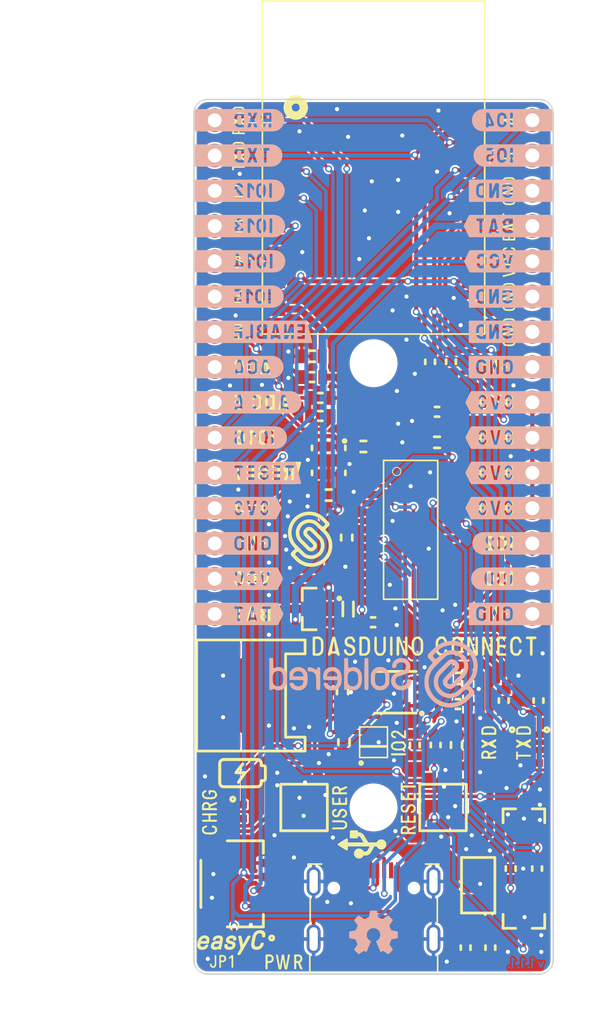
<source format=kicad_pcb>
(kicad_pcb (version 20210623) (generator pcbnew)
  (title_block (title "Dasduino CONNECT") (date "2021-07-16") (rev "V1.1.1.") (company "SOLDERED") (comment 1 "333034"))
  (layers (0 "F.Cu" mixed) (31 "B.Cu" signal) (34 "B.Paste" user) (35 "F.Paste" user) (36 "B.SilkS" user "B.Silkscreen") (37 "F.SilkS" user "F.Silkscreen") (38 "B.Mask" user) (39 "F.Mask" user) (44 "Edge.Cuts" user))
  (net 0 "")
  (net 1 "+3V3")
  (net 2 "GND")
  (net 3 "RESET")
  (net 4 "VUSB")
  (net 5 "VCC")
  (net 6 "VBAT")
  (net 7 "TXD0")
  (net 8 "Net-(D1-Pad1)")
  (net 9 "RXD0")
  (net 10 "Net-(D2-Pad1)")
  (net 11 "Net-(D3-Pad1)")
  (net 12 "IO16")
  (net 14 "Net-(F1-Pad2)")
  (net 15 "D-")
  (net 16 "D+")
  (net 17 "SDA")
  (net 18 "SCL")
  (net 19 "SPI_MISO")
  (net 20 "SPI_MOSI")
  (net 21 "SPI_SCK")
  (net 22 "SPI_CS")
  (net 23 "ADC")
  (net 24 "ADC_E")
  (net 25 "CH_PD")
  (net 26 "Net-(Q2-Pad1)")
  (net 27 "Net-(Q3-Pad1)")
  (net 28 "IO2")
  (net 29 "RTS")
  (net 30 "IO0")
  (net 31 "DTR")
  (net 32 "Net-(C2-Pad1)")
  (net 33 "Net-(D5-Pad2)")
  (net 34 "Net-(K2-PadA5)")
  (net 36 "Net-(K2-PadB5)")
  (net 43 "Net-(R1-Pad1)")
  (net 44 "Net-(R2-Pad1)")
  (net 45 "Net-(R11-Pad1)")
  (net 46 "Net-(R12-Pad1)")
  (net 48 "Net-(D4-Pad3)")
  (net 50 "Net-(R6-Pad1)")
  (footprint "buzzardLabel" (layer "F.Cu") (at 64.1 116.44)
    (fp_text reference "")
    (fp_text value "")
  )
  (footprint "e-radionica.com footprinti:FIDUCIAL_23" (layer "F.Cu") (at 77.43 148)
    (fp_text reference "FD1")
    (fp_text value "FIDUCIAL")
  )
  (footprint "buzzardLabel" (layer "F.Cu") (at 67.7 91.04 90)
    (fp_text reference "")
    (fp_text value "")
  )
  (footprint "buzzardLabel" (layer "F.Cu") (at 64.1 106.28)
    (fp_text reference "")
    (fp_text value "")
  )
  (footprint "buzzardLabel" (layer "F.Cu") (at 90.76 106.28)
    (fp_text reference "")
    (fp_text value "")
  )
  (footprint "e-radionica.com footprinti:0603R" (layer "F.Cu") (at 89.3 130.3 -90)
    (fp_text reference "R2")
    (fp_text value "1k")
  )
  (footprint "buzzardLabel" (layer "F.Cu") (at 79.2 133.3 90)
    (fp_text reference "")
    (fp_text value "")
  )
  (footprint "e-radionica.com footprinti:0402R" (layer "F.Cu") (at 89.3 135.3 -90)
    (fp_text reference "R3")
    (fp_text value "2k2")
  )
  (footprint "buzzardLabel" (layer "F.Cu") (at 67.7 96.12 90)
    (fp_text reference "")
    (fp_text value "")
  )
  (footprint "e-radionica.com footprinti:0603R" (layer "F.Cu") (at 73.6 109.8)
    (fp_text reference "R9")
    (fp_text value "10k")
  )
  (footprint "buzzardLabel" (layer "F.Cu") (at 67.7 98.66 90)
    (fp_text reference "")
    (fp_text value "")
  )
  (footprint "e-radionica.com footprinti:1206FUSE" (layer "F.Cu") (at 84.96 143.6 -90)
    (fp_text reference "F1")
    (fp_text value "1206FUSE-500mA")
  )
  (footprint "e-radionica.com footprinti:0603C" (layer "F.Cu") (at 82 111.7)
    (fp_text reference "C1")
    (fp_text value "0.1uF")
  )
  (footprint "Soldered Graphics:Logo-Front-easyC-5mm" (layer "F.Cu") (at 67.2 147.7)
    (fp_text reference "G***" hide)
    (fp_text value "LOGO" hide)
  )
  (footprint "Soldered Graphics:Logo-Front-Soldered-4mm" (layer "F.Cu") (at 72.87 118.68)
    (fp_text reference "G***" hide)
    (fp_text value "LOGO" hide)
  )
  (footprint "e-radionica.com footprinti:0603R" (layer "F.Cu") (at 81.9 133.5 90)
    (fp_text reference "R10")
    (fp_text value "10k")
  )
  (footprint "e-radionica.com footprinti:0603C" (layer "F.Cu") (at 76.7 112 180)
    (fp_text reference "C5")
    (fp_text value "2.2uF")
  )
  (footprint "e-radionica.com footprinti:0603R" (layer "F.Cu") (at 86.8 130.3 -90)
    (fp_text reference "R1")
    (fp_text value "1k")
  )
  (footprint "e-radionica.com footprinti:0402LED" (layer "F.Cu") (at 86.8 133.3 90)
    (fp_text reference "D2")
    (fp_text value "orange")
  )
  (footprint "e-radionica.com footprinti:0402R" (layer "F.Cu") (at 86.8 135.3 -90)
    (fp_text reference "R4")
    (fp_text value "2k2")
  )
  (footprint "buzzardLabel" (layer "F.Cu") (at 90.76 118.98)
    (fp_text reference "")
    (fp_text value "")
  )
  (footprint "buzzardLabel" (layer "F.Cu") (at 90.76 113.9)
    (fp_text reference "")
    (fp_text value "")
  )
  (footprint "e-radionica.com footprinti:0603R" (layer "F.Cu") (at 73.6 108.5 180)
    (fp_text reference "R15")
    (fp_text value "2.5k")
  )
  (footprint "e-radionica.com footprinti:0603R" (layer "F.Cu") (at 73 107)
    (fp_text reference "R17")
    (fp_text value "10k")
  )
  (footprint "e-radionica.com footprinti:0603R" (layer "F.Cu") (at 85.836 148.095 -90)
    (fp_text reference "R7")
    (fp_text value "5.1k")
  )
  (footprint "e-radionica.com footprinti:TPS7A2633DRVR" (layer "F.Cu") (at 74.2 113 -90)
    (fp_text reference "U2")
    (fp_text value "TPS7A2633DRVR")
  )
  (footprint "e-radionica.com footprinti:WS2812B-2020" (layer "F.Cu") (at 77.43 133.3 -90)
    (fp_text reference "D4")
    (fp_text value "WS2812B-2020")
  )
  (footprint "buzzardLabel" (layer "F.Cu") (at 87.16 88.5 90)
    (fp_text reference "")
    (fp_text value "")
  )
  (footprint "buzzardLabel" (layer "F.Cu") (at 81.1 126.4)
    (fp_text reference "")
    (fp_text value "")
  )
  (footprint "buzzardLabel" (layer "F.Cu") (at 90.76 121.52)
    (fp_text reference "")
    (fp_text value "")
  )
  (footprint "e-radionica.com footprinti:SOT-23-3" (layer "F.Cu") (at 88.25 146 -90)
    (fp_text reference "Q2")
    (fp_text value "NPN-SOT-23-3")
  )
  (footprint "e-radionica.com footprinti:0402R" (layer "F.Cu") (at 68 138.3 -90)
    (fp_text reference "R12")
    (fp_text value "2k2")
  )
  (footprint "e-radionica.com footprinti:SMD-JUMPER-CONNECTED_TRACE_SLODERMASK" (layer "F.Cu") (at 68.6 149.1)
    (fp_text reference "JP1")
    (fp_text value "SMD-JUMPER-CONNECTED_TRACE_SLODERMASK")
  )
  (footprint "buzzardLabel" (layer "F.Cu") (at 90.76 111.36)
    (fp_text reference "")
    (fp_text value "")
  )
  (footprint "Soldered Graphics:Logo-Back-SolderedFULL-15mm" (layer "F.Cu") (at 77.43 128.4)
    (fp_text reference "REF**" hide)
    (fp_text value "Logo-Front-SolderedFULL-15mm" hide)
  )
  (footprint "e-radionica.com footprinti:0402LED" (layer "F.Cu") (at 71 148 180)
    (fp_text reference "D3")
    (fp_text value "purple")
  )
  (footprint "buzzardLabel" (layer "F.Cu") (at 79.9 138 90)
    (fp_text reference "")
    (fp_text value "")
  )
  (footprint "e-radionica.com footprinti:0603R" (layer "F.Cu") (at 84.058 148.095 -90)
    (fp_text reference "R8")
    (fp_text value "5.1k")
  )
  (footprint "buzzardLabel" (layer "F.Cu") (at 87.16 101.2 90)
    (fp_text reference "")
    (fp_text value "")
  )
  (footprint "buzzardLabel" (layer "F.Cu") (at 87.16 91.04 90)
    (fp_text reference "")
    (fp_text value "")
  )
  (footprint "e-radionica.com footprinti:SOP-16" (layer "F.Cu") (at 80.1 118)
    (fp_text reference "U1")
    (fp_text value "CH340C")
  )
  (footprint "buzzardLabel" (layer "F.Cu") (at 87.16 96.12 90)
    (fp_text reference "")
    (fp_text value "")
  )
  (footprint "e-radionica.com footprinti:easyC-connector" (layer "F.Cu") (at 67.8 143.5 90)
    (fp_text reference "K1")
    (fp_text value "easyC-SMD")
  )
  (footprint "e-radionica.com footprinti:0402LED" (layer "F.Cu") (at 89.3 133.3 90)
    (fp_text reference "D1")
    (fp_text value "blue")
  )
  (footprint "e-radionica.com footprinti:SOT-23-3" (layer "F.Cu") (at 73 123.7 180)
    (fp_text reference "Q1")
    (fp_text value "PMOS-SOT-23-3")
  )
  (footprint "buzzardLabel" (layer "F.Cu") (at 67.7 101.2 90)
    (fp_text reference "")
    (fp_text value "")
  )
  (footprint "e-radionica.com footprinti:0603C" (layer "F.Cu") (at 74.2 115.5)
    (fp_text reference "C3")
    (fp_text value "2.2uF")
  )
  (footprint "buzzardLabel" (layer "F.Cu") (at 87.16 98.66 90)
    (fp_text reference "")
    (fp_text value "")
  )
  (footprint "buzzardLabel" (layer "F.Cu") (at 67.7 103.74 90)
    (fp_text reference "")
    (fp_text value "")
  )
  (footprint "e-radionica.com footprinti:0603R" (layer "F.Cu") (at 77.4 124.66 180)
    (fp_text reference "R14")
    (fp_text value "100k")
  )
  (footprint "buzzardLabel" (layer "F.Cu") (at 64.1 124.06)
    (fp_text reference "")
    (fp_text value "")
  )
  (footprint "buzzardLabel" (layer "F.Cu") (at 65.6 138.3 90)
    (fp_text reference "")
    (fp_text value "")
  )
  (footprint "e-radionica.com footprinti:0603R" (layer "F.Cu") (at 81.5 105.9 -90)
    (fp_text reference "R18")
    (fp_text value "10k")
  )
  (footprint "buzzardLabel" (layer "F.Cu") (at 74.96 138 90)
    (fp_text reference "")
    (fp_text value "")
  )
  (footprint "buzzardLabel" (layer "F.Cu") (at 85.7 133.3 90)
    (fp_text reference "")
    (fp_text value "")
  )
  (footprint "e-radionica.com footprinti:0603R" (layer "F.Cu") (at 82 109.5)
    (fp_text reference "R19")
    (fp_text value "10k")
  )
  (footprint "Soldered Graphics:Logo-Back-OSH-3.5mm" (layer "F.Cu") (at 77.43 147)
    (fp_text reference "G***" hide)
    (fp_text value "LOGO" hide)
  )
  (footprint "buzzardLabel" (layer "F.Cu") (at 67.7 93.58 90)
    (fp_text reference "")
    (fp_text value "")
  )
  (footprint "e-radionica.com footprinti:0402LED" (layer "F.Cu") (at 66.7 138.3 90)
    (fp_text reference "D5")
    (fp_text value "red")
  )
  (footprint "e-radionica.com footprinti:0603C" (layer "F.Cu") (at 75.5 118.56 -90)
    (fp_text reference "C2")
    (fp_text value "0.1uF")
  )
  (footprint "buzzardLabel" (layer "F.Cu") (at 64.1 118.98)
    (fp_text reference "")
    (fp_text value "")
  )
  (footprint "buzzardLabel" (layer "F.Cu") (at 67.7 88.5 90)
    (fp_text reference "")
    (fp_text value "")
  )
  (footprint "e-radionica.com footprinti:0603R" (layer "F.Cu") (at 89.2 142.4 -90)
    (fp_text reference "R20")
    (fp_text value "10k")
  )
  (footprint "buzzardLabel" (layer "F.Cu") (at 90.76 116.44)
    (fp_text reference "")
    (fp_text value "")
  )
  (footprint "e-radionica.com footprinti:0603R" (layer "F.Cu") (at 87.3 142.4 90)
    (fp_text reference "R21")
    (fp_text value "10k")
  )
  (footprint "e-radionica.com footprinti:YTSA007A0151803B" (layer "F.Cu") (at 72.43 138 90)
    (fp_text reference "SW1")
    (fp_text value "YTSA007A0151803B")
  )
  (footprint "e-radionica.com footprinti:HOLE_3.2mm" (layer "F.Cu") (at 77.43 138)
    (fp_text reference "H1" hide)
    (fp_text value "HOLE_3.2mm" hide)
  )
  (footprint "e-radionica.com footprinti:0603C" (layer "F.Cu") (at 75.2 129.634 90)
    (fp_text reference "C7")
    (fp_text value "2.2uF")
  )
  (footprint "buzzardLabel" (layer "F.Cu") (at 90.76 124.06)
    (fp_text reference "")
    (fp_text value "")
  )
  (footprint "buzzardLabel" (layer "F.Cu") (at 87.16 93.58 90)
    (fp_text reference "")
    (fp_text value "")
  )
  (footprint "e-radionica.com footprinti:0603C" (layer "F.Cu") (at 83.4 133.5 -90)
    (fp_text reference "C6")
    (fp_text value "270pF")
  )
  (footprint "e-radionica.com footprinti:JST-2pin-SMD" (layer "F.Cu") (at 69.5 129.934 90)
    (fp_text reference "K3")
    (fp_text value "JST-2pin-SMD")
  )
  (footprint "e-radionica.com footprinti:0603R" (layer "F.Cu") (at 83 105.9 -90)
    (fp_text reference "R16")
    (fp_text value "10k")
  )
  (footprint "Soldered Graphics:Symbol-Front-USB" (layer "F.Cu") (at 76.6 140.66 90)
    (fp_text reference "G***" hide)
    (fp_text value "LOGO" hide)
  )
  (footprint "e-radionica.com footprinti:0603R" (layer "F.Cu") (at 80.4 133.5 -90)
    (fp_text reference "R5")
    (fp_text value "1k")
  )
  (footprint "buzzardLabel" (layer "F.Cu") (at 71 149.1)
    (fp_text reference "")
    (fp_text value "")
  )
  (footprint "e-radionica.com footprinti:0603C" (layer "F.Cu") (at 83.5 128.7 180)
    (fp_text reference "C8")
    (fp_text value "2.2uF")
  )
  (footprint "Soldered Graphics:Symbol-Front-Battery" (layer "F.Cu") (at 68 135.6)
    (fp_text reference "G***" hide)
    (fp_text value "LOGO" hide)
  )
  (footprint "e-radionica.com footprinti:TP4056M-MSOP8" (layer "F.Cu") (at 79 129.7 180)
    (fp_text reference "U3")
    (fp_text value "TP4056M")
  )
  (footprint "e-radionica.com footprinti:0603R" (layer "F.Cu") (at 83.5 130.55)
    (fp_text reference "R11")
    (fp_text value "3k")
  )
  (footprint "e-radionica.com footprinti:YTSA007A0151803B" (layer "F.Cu") (at 82.43 138 90)
    (fp_text reference "SW2")
    (fp_text value "YTSA007A0151803B")
  )
  (footprint "e-radionica.com footprinti:0603C" (layer "F.Cu") (at 75.3 133.3 -90)
    (fp_text reference "C4")
    (fp_text value "100nF")
  )
  (footprint "e-radionica.com footprinti:0402R" (layer "F.Cu") (at 71 146.7)
    (fp_text reference "R6")
    (fp_text value "2k2")
  )
  (footprint "e-radionica.com footprinti:SOD-323" (layer "F.Cu") (at 75.6 123.7 90)
    (fp_text reference "D7")
    (fp_text value "BAT20J")
  )
  (footprint "e-radionica.com footprinti:0603C" (layer "F.Cu") (at 73 105.5)
    (fp_text reference "C9")
    (fp_text value "100nF")
  )
  (footprint "buzzardLabel" (layer "F.Cu") (at 64.1 108.82)
    (fp_text reference "")
    (fp_text value "")
  )
  (footprint "buzzardLabel" (layer "F.Cu") (at 87.16 103.74 90)
    (fp_text reference "")
    (fp_text value "")
  )
  (footprint "e-radionica.com footprinti:ESP 8266(ESP12-F)" (layer "F.Cu") (at 77.43 88.1)
    (fp_text reference "U4")
    (fp_text value "ESP8266(ESP12-F)")
  )
  (footprint "buzzardLabel" (layer "F.Cu") (at 88.2 133.3 90)
    (fp_text reference "")
    (fp_text value "")
  )
  (footprint "buzzardLabel" (layer "F.Cu") (at 64.1 111.36)
    (fp_text reference "")
    (fp_text value "")
  )
  (footprint "e-radionica.com footprinti:SOT-23-3" (layer "F.Cu") (at 88.25 138.8 90)
    (fp_text reference "Q3")
    (fp_text value "NPN-SOT-23-3")
  )
  (footprint "buzzardLabel" (layer "F.Cu") (at 64.1 121.52)
    (fp_text reference "")
    (fp_text value "")
  )
  (footprint "e-radionica.com footprinti:HOLE_3.2mm" (layer "F.Cu") (at 77.43 106)
    (fp_text reference "H2" hide)
    (fp_text value "HOLE_3.2mm" hide)
  )
  (footprint "buzzardLabel" (layer "F.Cu") (at 64.1 113.9)
    (fp_text reference "")
    (fp_text value "")
  )
  (footprint "e-radionica.com footprinti:U262-161N-4BVC11" (layer "F.Cu") (at 77.43 145)
    (fp_text reference "K2")
    (fp_text value "U262-161N-4BVC11")
  )
  (footprint "buzzardLabel" (layer "F.Cu") (at 90.76 108.82)
    (fp_text reference "")
    (fp_text value "")
  )
  (footprint "buzzardLabel" (layer "F.Cu") (at 66.5 149.1)
    (fp_text reference "")
    (fp_text value "")
  )
  (footprint "buzzardLabel" (layer "B.Cu") (at 64.1 121.52 180)
    (fp_text reference "")
    (fp_text value "")
  )
  (footprint "buzzardLabel" (layer "B.Cu") (at 90.76 98.66 180)
    (fp_text reference "")
    (fp_text value "")
  )
  (footprint "buzzardLabel" (layer "B.Cu") (at 64.1 98.66 180)
    (fp_text reference "")
    (fp_text value "")
  )
  (footprint "buzzardLabel" (layer "B.Cu") (at 64.1 88.5 180)
    (fp_text reference "")
    (fp_text value "")
  )
  (footprint "buzzardLabel" (layer "B.Cu") (at 90.76 113.9 180)
    (fp_text reference "")
    (fp_text value "")
  )
  (footprint "buzzardLabel" (layer "B.Cu") (at 90.76 88.5 180)
    (fp_text reference "")
    (fp_text value "")
  )
  (footprint "e-radionica.com footprinti:HEADER_MALE_15X1" (layer "B.Cu") (at 88.86 106.28 90)
    (fp_text reference "K5")
    (fp_text value "HEADER_MALE_15X1")
  )
  (footprint "buzzardLabel" (layer "B.Cu") (at 64.1 113.9 180)
    (fp_text reference "")
    (fp_text value "")
  )
  (footprint "buzzardLabel" (layer "B.Cu") (at 90.76 121.52 180)
    (fp_text reference "")
    (fp_text value "")
  )
  (footprint "buzzardLabel" (layer "B.Cu") (at 64.1 111.36 180)
    (fp_text reference "")
    (fp_text value "")
  )
  (footprint "buzzardLabel" (layer "B.Cu") (at 90.76 116.44 180)
    (fp_text reference "")
    (fp_text value "")
  )
  (footprint "buzzardLabel" (layer "B.Cu") (at 64.1 101.2 180)
    (fp_text reference "")
    (fp_text value "")
  )
  (footprint "buzzardLabel" (layer "B.Cu") (at 64.1 96.12 180)
    (fp_text reference "")
    (fp_text value "")
  )
  (footprint "buzzardLabel" (layer "B.Cu") (at 90.76 96.12 180)
    (fp_text reference "")
    (fp_text value "")
  )
  (footprint "buzzardLabel" (layer "B.Cu") (at 64.1 91.04 180)
    (fp_text reference "")
    (fp_text value "")
  )
  (footprint "Soldered Graphics:Version1.1.1." (layer "B.Cu") (at 88.36 149.2 180)
    (fp_text reference "REF**" hide)
    (fp_text value "Version1.1.1." hide)
  )
  (footprint "e-radionica.com footprinti:HEADER_MALE_15X1" (layer "B.Cu") (at 66 106.28 90)
    (fp_text reference "K4")
    (fp_text value "HEADER_MALE_15X1")
  )
  (footprint "buzzardLabel" (layer "B.Cu") (at 90.76 101.2 180)
    (fp_text reference "")
    (fp_text value "")
  )
  (footprint "buzzardLabel" (layer "B.Cu") (at 64.1 124.06 180)
    (fp_text reference "")
    (fp_text value "")
  )
  (footprint "buzzardLabel" (layer "B.Cu") (at 90.76 93.58 180)
    (fp_text reference "")
    (fp_text value "")
  )
  (footprint "buzzardLabel" (layer "B.Cu") (at 64.1 103.74 180)
    (fp_text reference "")
    (fp_text value "")
  )
  (footprint "buzzardLabel" (layer "B.Cu") (at 90.76 118.98 180)
    (fp_text reference "")
    (fp_text value "")
  )
  (footprint "buzzardLabel" (layer "B.Cu") (at 64.1 118.98 180)
    (fp_text reference "")
    (fp_text value "")
  )
  (footprint "buzzardLabel" (layer "B.Cu") (at 64.1 108.82 180)
    (fp_text reference "")
    (fp_text value "")
  )
  (footprint "buzzardLabel" (layer "B.Cu") (at 90.76 108.82 180)
    (fp_text reference "")
    (fp_text value "")
  )
  (footprint "buzzardLabel" (layer "B.Cu") (at 90.76 103.74 180)
    (fp_text reference "")
    (fp_text value "")
  )
  (footprint "buzzardLabel" (layer "B.Cu") (at 90.76 111.36 180)
    (fp_text reference "")
    (fp_text value "")
  )
  (footprint "buzzardLabel" (layer "B.Cu") (at 90.76 91.04 180)
    (fp_text reference "")
    (fp_text value "")
  )
  (footprint "buzzardLabel" (layer "B.Cu") (at 64.1 93.58 180)
    (fp_text reference "")
    (fp_text value "")
  )
  (footprint "buzzardLabel" (layer "B.Cu") (at 64.1 106.28 180)
    (fp_text reference "")
    (fp_text value "")
  )
  (footprint "buzzardLabel" (layer "B.Cu") (at 90.76 124.06 180)
    (fp_text reference "")
    (fp_text value "")
  )
  (footprint "buzzardLabel" (layer "B.Cu") (at 90.76 106.28 180)
    (fp_text reference "")
    (fp_text value "")
  )
  (footprint "buzzardLabel" (layer "B.Cu") (at 64.1 116.44 180)
    (fp_text reference "")
    (fp_text value "")
  )
  (gr_arc (start 89.36 88) (end 89.36 87) (angle 90) (layer "Edge.Cuts") (width 0.1))
  (gr_arc (start 89.36 149) (end 89.36 150) (angle -90) (layer "Edge.Cuts") (width 0.1))
  (gr_line (start 64.5 88) (end 64.5 149) (layer "Edge.Cuts") (width 0.1))
  (gr_line locked (start 90.36 149) (end 90.36 88) (layer "Edge.Cuts") (width 0.1))
  (gr_line locked (start 89.36 87) (end 65.5 87) (layer "Edge.Cuts") (width 0.1))
  (gr_line (start 65.5 150) (end 89.36 150) (layer "Edge.Cuts") (width 0.1))
  (gr_arc (start 65.5 149) (end 65.5 150) (angle 90) (layer "Edge.Cuts") (width 0.1))
  (gr_arc (start 65.5 88) (end 64.5 88) (angle 90) (layer "Edge.Cuts") (width 0.1))
  (gr_text "" (at 90.76 106.28 180) (layer "B.SilkS") (effects (font (size 1.27 1.27)) (justify mirror)))
  (gr_text "" (at 90.76 103.74 180) (layer "B.SilkS") (effects (font (size 1.27 1.27)) (justify mirror)))
  (gr_text "" (at 90.76 101.2 180) (layer "B.SilkS") (effects (font (size 1.27 1.27)) (justify mirror)))
  (gr_text "" (at 90.76 106.28 180) (layer "B.SilkS") (effects (font (size 1.27 1.27)) (justify mirror)))
  (gr_text "" (at 90.76 103.74 180) (layer "B.SilkS") (effects (font (size 1.27 1.27)) (justify mirror)))
  (gr_text "" (at 90.76 101.2 180) (layer "B.SilkS") (effects (font (size 1.27 1.27)) (justify mirror)))
  (segment (start 76.6 110.06) (end 75.9 110.76) (width 0.3) (layer "F.Cu") (net 1))
  (segment (start 81.5 106.675) (end 81.5 106.76) (width 0.3) (layer "F.Cu") (net 1))
  (segment (start 67.4 148.4) (end 68.1 149.1) (width 0.254) (layer "F.Cu") (net 1))
  (segment (start 73.775 105.545) (end 73.73 105.5) (width 0.5) (layer "F.Cu") (net 1))
  (segment (start 69.95 143) (end 68.4 143) (width 0.3) (layer "F.Cu") (net 1))
  (segment (start 66 116.44) (end 69.82 116.44) (width 0.3) (layer "F.Cu") (net 1))
  (segment (start 74.85 112.005) (end 75.965 112.005) (width 0.5) (layer "F.Cu") (net 1))
  (segment (start 73.775 107) (end 74.74 107) (width 0.5) (layer "F.Cu") (net 1))
  (segment (start 75.965 112.005) (end 75.97 112) (width 0.3) (layer "F.Cu") (net 1))
  (segment (start 68.1 149.1) (end 68.25 149.1) (width 0.254) (layer "F.Cu") (net 1))
  (segment (start 78.2 110.06) (end 76.6 110.06) (width 0.3) (layer "F.Cu") (net 1))
  (segment (start 74.855 112) (end 74.85 112.005) (width 0.5) (layer "F.Cu") (net 1))
  (segment (start 81.9 132.725) (end 81.9 132.2) (width 0.254) (layer "F.Cu") (net 1))
  (segment (start 88.86 113.9) (end 88.86 116.44) (width 0.3) (layer "F.Cu") (net 1))
  (segment (start 72.14 102.1) (end 69.83 102.1) (width 0.5) (layer "F.Cu") (net 1))
  (segment (start 83 106.675) (end 84.6 106.675) (width 0.3) (layer "F.Cu") (net 1))
  (segment (start 72.1 112.36) (end 73.2 111.26) (width 0.3) (layer "F.Cu") (net 1))
  (segment (start 68.4 143) (end 68.1 142.7) (width 0.3) (layer "F.Cu") (net 1))
  (segment (start 72.1 114.16) (end 72.1 112.36) (width 0.3) (layer "F.Cu") (net 1))
  (segment (start 81.5 106.76) (end 78.2 110.06) (width 0.3) (layer "F.Cu") (net 1))
  (segment (start 73.775 107) (end 73.775 105.545) (width 0.5) (layer "F.Cu") (net 1))
  (segment (start 73.2 111.26) (end 74.6 111.26) (width 0.3) (layer "F.Cu") (net 1))
  (segment (start 75.9 111.93) (end 75.97 112) (width 0.5) (layer "F.Cu") (net 1))
  (segment (start 69.82 116.44) (end 72.1 114.16) (width 0.3) (layer "F.Cu") (net 1))
  (segment (start 88.86 108.82) (end 86.745 108.82) (width 0.3) (layer "F.Cu") (net 1))
  (segment (start 74.6 111.26) (end 74.85 111.51) (width 0.3) (layer "F.Cu") (net 1))
  (segment (start 84.6 106.675) (end 86.745 108.82) (width 0.3) (layer "F.Cu") (net 1))
  (segment (start 74.85 111.51) (end 74.85 112.005) (width 0.3) (layer "F.Cu") (net 1))
  (segment (start 75.9 110.76) (end 75.9 111.93) (width 0.5) (layer "F.Cu") (net 1))
  (segment (start 81.9 132.2) (end 82.3 131.8) (width 0.254) (layer "F.Cu") (net 1))
  (segment (start 74.74 107) (end 75.9 108.16) (width 0.5) (layer "F.Cu") (net 1))
  (segment (start 73.73 105.5) (end 73.73 103.69) (width 0.5) (layer "F.Cu") (net 1))
  (segment (start 81.5 106.675) (end 83 106.675) (width 0.3) (layer "F.Cu") (net 1))
  (segment (start 67.4 146.5) (end 67.4 148.4) (width 0.254) (layer "F.Cu") (net 1))
  (segment (start 88.86 108.82) (end 88.86 111.36) (width 0.3) (layer "F.Cu") (net 1))
  (segment (start 73.73 103.69) (end 72.14 102.1) (width 0.5) (layer "F.Cu") (net 1))
  (segment (start 88.86 111.36) (end 88.86 113.9) (width 0.3) (layer "F.Cu") (net 1))
  (segment (start 75.9 108.16) (end 75.9 110.76) (width 0.5) (layer "F.Cu") (net 1))
  (via (at 82.3 131.8) (size 0.5) (drill 0.3) (layers "F.Cu" "B.Cu") (net 1))
  (via (at 68.1 142.7) (size 0.5) (drill 0.3) (layers "F.Cu" "B.Cu") (net 1))
  (via (at 67.4 146.5) (size 0.5) (drill 0.3) (layers "F.Cu" "B.Cu") (net 1))
  (segment (start 79 142.3) (end 79 144.7) (width 0.254) (layer "B.Cu") (net 1))
  (segment (start 81 133.1) (end 81 140.3) (width 0.254) (layer "B.Cu") (net 1))
  (segment (start 67.3 143.5) (end 68.1 142.7) (width 0.254) (layer "B.Cu") (net 1))
  (segment (start 67.44 116.44) (end 68.1 117.1) (width 0.3) (layer "B.Cu") (net 1))
  (segment (start 67.7 145.8) (end 67.3 145.4) (width 0.254) (layer "B.Cu") (net 1))
  (segment (start 67.3 146.4) (end 67.4 146.5) (width 0.254) (layer "B.Cu") (net 1))
  (segment (start 82.3 131.8) (end 81 133.1) (width 0.254) (layer "B.Cu") (net 1))
  (segment (start 67.3 145.4) (end 67.3 146.4) (width 0.254) (layer "B.Cu") (net 1))
  (segment (start 79 144.7) (end 77.9 145.8) (width 0.254) (layer "B.Cu") (net 1))
  (segment (start 77.9 145.8) (end 67.7 145.8) (width 0.254) (layer "B.Cu") (net 1))
  (segment (start 66 116.44) (end 67.44 116.44) (width 0.3) (layer "B.Cu") (net 1))
  (segment (start 67.3 145.4) (end 67.3 143.5) (width 0.254) (layer "B.Cu") (net 1))
  (segment (start 68.1 117.1) (end 68.1 142.7) (width 0.3) (layer "B.Cu") (net 1))
  (segment (start 81 140.3) (end 79 142.3) (width 0.254) (layer "B.Cu") (net 1))
  (via (at 79.2 92.8) (size 0.5) (drill 0.3) (layers "F.Cu" "B.Cu") (net 2))
  (via (at 84.1 141) (size 0.5) (drill 0.3) (layers "F.Cu" "B.Cu") (net 2))
  (via (at 78.8 102.2) (size 0.5) (drill 0.3) (layers "F.Cu" "B.Cu") (net 2))
  (via (at 69.9 122.7) (size 0.5) (drill 0.3) (layers "F.Cu" "B.Cu") (net 2))
  (via (at 81.1 127.9) (size 0.5) (drill 0.3) (layers "F.Cu" "B.Cu") (net 2))
  (via (at 71.06 118.45) (size 0.5) (drill 0.3) (layers "F.Cu" "B.Cu") (net 2))
  (via (at 79.8 101.2) (size 0.5) (drill 0.3) (layers "F.Cu" "B.Cu") (net 2))
  (via (at 82.1 87.8) (size 0.5) (drill 0.3) (layers "F.Cu" "B.Cu") (net 2))
  (via (at 79 123.66) (size 0.5) (drill 0.3) (layers "F.Cu" "B.Cu") (net 2))
  (via (at 83.7 103.26) (size 0.5) (drill 0.3) (layers "F.Cu" "B.Cu") (net 2))
  (via (at 81.4 119.36) (size 0.5) (drill 0.3) (layers "F.Cu" "B.Cu") (net 2))
  (via (at 72.68 116.32) (size 0.5) (drill 0.3) (layers "F.Cu" "B.Cu") (net 2))
  (via (at 75.6 89.7) (size 0.5) (drill 0.3) (layers "F.Cu" "B.Cu") (net 2))
  (via (at 89.5 148.4) (size 0.5) (drill 0.3) (layers "F.Cu" "B.Cu") (net 2))
  (via (at 85.1 143.5) (size 0.5) (drill 0.3) (layers "F.Cu" "B.Cu") (net 2))
  (via (at 75.7 113.26) (size 0.5) (drill 0.3) (layers "F.Cu" "B.Cu") (net 2))
  (via (at 69.9 120.36) (size 0.5) (drill 0.3) (layers "F.Cu" "B.Cu") (net 2))
  (via (at 88.25 138.8) (size 0.5) (drill 0.3) (layers "F.Cu" "B.Cu") (net 2))
  (via (at 82.7 149.1) (size 0.5) (drill 0.3) (layers "F.Cu" "B.Cu") (net 2))
  (via (at 66.6 128.5) (size 0.5) (drill 0.3) (layers "F.Cu" "B.Cu") (net 2))
  (via (at 85.8 141.1) (size 0.5) (drill 0.3) (layers "F.Cu" "B.Cu") (net 2))
  (via (at 75.8 144.9) (size 0.5) (drill 0.3) (layers "F.Cu" "B.Cu") (net 2))
  (via (at 71.7 132.3) (size 0.5) (drill 0.3) (layers "F.Cu" "B.Cu") (net 2))
  (via (at 84.5 140) (size 0.5) (drill 0.3) (layers "F.Cu" "B.Cu") (net 2))
  (via (at 88.2 142.4) (size 0.5) (drill 0.3) (layers "F.Cu" "B.Cu") (net 2))
  (via (at 70.5 136.4) (size 0.5) (drill 0.3) (layers "F.Cu" "B.Cu") (net 2))
  (via (at 85.1 131.56) (size 0.5) (drill 0.3) (layers "F.Cu" "B.Cu") (net 2))
  (via (at 89.6 126.9) (size 0.5) (drill 0.3) (layers "F.Cu" "B.Cu") (net 2))
  (via (at 67.5 102.56) (size 0.5) (drill 0.3) (layers "F.Cu" "B.Cu") (net 2))
  (via (at 67.8 92.36) (size 0.5) (drill 0.3) (layers "F.Cu" "B.Cu") (net 2))
  (via (at 70.3 140) (size 0.5) (drill 0.3) (layers "F.Cu" "B.Cu") (net 2))
  (via (at 87.1 138.5) (size 0.5) (drill 0.3) (layers "F.Cu" "B.Cu") (net 2))
  (via (at 71.4 115.96) (size 0.5) (drill 0.3) (layers "F.Cu" "B.Cu") (net 2))
  (via (at 87 136.6) (size 0.5) (drill 0.3) (layers "F.Cu" "B.Cu") (net 2))
  (via (at 76.4 98.5) (size 0.5) (drill 0.3) (layers "F.Cu" "B.Cu") (net 2))
  (via (at 65.3 135.76) (size 0.5) (drill 0.3) (layers "F.Cu" "B.Cu") (net 2))
  (via (at 71.3 105.16) (size 0.5) (drill 0.3) (layers "F.Cu" "B.Cu") (net 2))
  (via (at 72.7 112.96) (size 0.5) (drill 0.3) (layers "F.Cu" "B.Cu") (net 2))
  (via (at 71.15 119.43) (size 0.5) (drill 0.3) (layers "F.Cu" "B.Cu") (net 2))
  (via (at 75.4 120.66) (size 0.5) (drill 0.3) (layers "F.Cu" "B.Cu") (net 2))
  (via (at 87.1 148.4) (size 0.5) (drill 0.3) (layers "F.Cu" "B.Cu") (net 2))
  (via (at 75.8 129.7) (size 0.5) (drill 0.3) (layers "F.Cu" "B.Cu") (net 2))
  (via (at 82.5 136.5) (size 0.5) (drill 0.3) (layers "F.Cu" "B.Cu") (net 2))
  (via (at 82.9 95.2) (size 0.5) (drill 0.3) (layers "F.Cu" "B.Cu") (net 2))
  (via (at 74.8 87.7) (size 0.5) (drill 0.3) (layers "F.Cu" "B.Cu") (net 2))
  (via (at 79.2 95.1) (size 0.5) (drill 0.3) (layers "F.Cu" "B.Cu") (net 2))
  (via (at 87.5 107.6) (size 0.5) (drill 0.3) (layers "F.Cu" "B.Cu") (net 2))
  (via (at 82.6 135.3) (size 0.5) (drill 0.3) (layers "F.Cu" "B.Cu") (net 2))
  (via (at 79.5 89.6) (size 0.5) (drill 0.3) (layers "F.Cu" "B.Cu") (net 2))
  (via (at 83.3 137.9) (size 0.5) (drill 0.3) (layers "F.Cu" "B.Cu") (net 2))
  (via (at 67.7 115.1) (size 0.5) (drill 0.3) (layers "F.Cu" "B.Cu") (net 2))
  (via (at 83.2 101.3) (size 0.5) (drill 0.3) (layers "F.Cu" "B.Cu") (net 2))
  (via (at 80.1 114.86) (size 0.5) (drill 0.3) (layers "F.Cu" "B.Cu") (net 2))
  (via (at 80.4 106.76) (size 0.5) (drill 0.3) (layers "F.Cu" "B.Cu") (net 2))
  (via (at 72.4 138.6) (size 0.5) (drill 0.3) (layers "F.Cu" "B.Cu") (net 2))
  (via (at 79.1 131.9) (size 0.5) (drill 0.3) (layers "F.Cu" "B.Cu") (net 2))
  (via (at 85.1 135.46) (size 0.5) (drill 0.3) (layers "F.Cu" "B.Cu") (net 2))
  (via (at 74.2 134.16) (size 0.5) (drill 0.3) (layers "F.Cu" "B.Cu") (net 2))
  (via (at 78.9 134.6) (size 0.5) (drill 0.3) (layers "F.Cu" "B.Cu") (net 2))
  (via (at 77.8 133.3) (size 0.5) (drill 0.3) (layers "F.Cu" "B.Cu") (net 2))
  (via (at 72.5 136.2) (size 0.5) (drill 0.3) (layers "F.Cu" "B.Cu") (net 2))
  (via (at 71.3 107.06) (size 0.5) (drill 0.3) (layers "F.Cu" "B.Cu") (net 2))
  (via (at 89.4 138.9) (size 0.5) (drill 0.3) (layers "F.Cu" "B.Cu") (net 2))
  (via (at 72.1 89.3) (size 0.5) (drill 0.3) (layers "F.Cu" "B.Cu") (net 2))
  (via (at 82.8 138.7) (size 0.5) (drill 0.3) (layers "F.Cu" "B.Cu") (net 2))
  (via (at 85 129.46) (size 0.5) (drill 0.3) (layers "F.Cu" "B.Cu") (net 2))
  (via (at 82.3 140.1) (size 0.5) (drill 0.3) (layers "F.Cu" "B.Cu") (net 2))
  (via (at 72.7 115.56) (size 0.5) (drill 0.3) (layers "F.Cu" "B.Cu") (net 2))
  (via (at 69.4 107.56) (size 0.5) (drill 0.3) (layers "F.Cu" "B.Cu") (net 2))
  (via (at 83.4 131.8) (size 0.5) (drill 0.3) (layers "F.Cu" "B.Cu") (net 2))
  (via (at 79.5 111.7) (size 0.5) (drill 0.3) (layers "F.Cu" "B.Cu") (net 2))
  (via (at 88 134.96) (size 0.5) (drill 0.3) (layers "F.Cu" "B.Cu") (net 2))
  (via (at 72.3 98) (size 0.5) (drill 0.3) (layers "F.Cu" "B.Cu") (net 2))
  (via (at 65.5 148.9) (size 0.5) (drill 0.3) (layers "F.Cu" "B.Cu") (net 2))
  (via (at 79.2 110.36) (size 0.5) (drill 0.3) (layers "F.Cu" "B.Cu") (net 2))
  (via (at 82.4 123.8) (size 0.5) (drill 0.3) (layers "F.Cu" "B.Cu") (net 2))
  (via (at 69.9 125.56) (size 0.5) (drill 0.3) (layers "F.Cu" "B.Cu") (net 2))
  (via (at 70.5 135.5) (size 0.5) (drill 0.3) (layers "F.Cu" "B.Cu") (net 2))
  (via (at 88.3 145.9) (size 0.5) (drill 0.3) (layers "F.Cu" "B.Cu") (net 2))
  (via (at 80.2 110.16) (size 0.5) (drill 0.3) (layers "F.Cu" "B.Cu") (net 2))
  (via (at 81.5 113.86) (size 0.5) (drill 0.3) (layers "F.Cu" "B.Cu") (net 2))
  (via (at 74.1 144.8) (size 0.5) (drill 0.3) (layers "F.Cu" "B.Cu") (net 2))
  (via (at 65.8 144.5) (size 0.5) (drill 0.3) (layers "F.Cu" "B.Cu") (net 2))
  (via (at 82 92.2) (size 0.5) (drill 0.3) (layers "F.Cu" "B.Cu") (net 2))
  (via (at 71.41 120.74) (size 0.5) (drill 0.3) (layers "F.Cu" "B.Cu") (net 2))
  (via (at 78.8 117.36) (size 0.5) (drill 0.3) (layers "F.Cu" "B.Cu") (net 2))
  (via (at 78.5 127.4) (size 0.5) (drill 0.3) (layers "F.Cu" "B.Cu") (net 2))
  (via (at 72.1 137.3) (size 0.5) (drill 0.3) (layers "F.Cu" "B.Cu") (net 2))
  (via (at 78.6 121.96) (size 0.5) (drill 0.3) (layers "F.Cu" "B.Cu") (net 2))
  (via (at 69.9 117.6) (size 0.5) (drill 0.3) (layers "F.Cu" "B.Cu") (net 2))
  (via (at 87.86 128.5) (size 0.5) (drill 0.3) (layers "F.Cu" "B.Cu") (net 2))
  (via (at 87.3 112.7) (size 0.5) (drill 0.3) (layers "F.Cu" "B.Cu") (net 2))
  (via (at 83.3 123.4) (size 0.5) (drill 0.3) (layers "F.Cu" "B.Cu") (net 2))
  (via (at 79.11 108) (size 0.5) (drill 0.3) (layers "F.Cu" "B.Cu") (net 2))
  (via (at 89.4 137.8) (size 0.5) (drill 0.3) (layers "F.Cu" "B.Cu") (net 2))
  (via (at 67.1 107.61) (size 0.5) (drill 0.3) (layers "F.Cu" "B.Cu") (net 2))
  (via (at 76.8 95) (size 0.5) (drill 0.3) (layers "F.Cu" "B.Cu") (net 2))
  (via (at 78.9 129.8) (size 0.5) (drill 0.3) (layers "F.Cu" "B.Cu") (net 2))
  (via (at 89.4 136.7) (size 0.5) (drill 0.3) (layers "F.Cu" "B.Cu") (net 2))
  (via (at 76.1 127.5) (size 0.5) (drill 0.3) (layers "F.Cu" "B.Cu") (net 2))
  (via (at 72.8 132.2) (size 0.5) (drill 0.3) (layers "F.Cu" "B.Cu") (net 2))
  (via (at 73.5 134.8) (size 0.5) (drill 0.3) (layers "F.Cu" "B.Cu") (net 2))
  (via (at 71.26 117.03) (size 0.5) (drill 0.3) (layers "F.Cu" "B.Cu") (net 2))
  (via (at 79.1 124.86) (size 0.5) (drill 0.3) (layers "F.Cu" "B.Cu") (net 2))
  (via (at 65.9 142.8) (size 0.5) (drill 0.3) (layers "F.Cu" "B.Cu") (net 2))
  (via (at 77.3 92.9) (size 0.5) (drill 0.3) (layers "F.Cu" "B.Cu") (net 2))
  (via (at 66.6 131.5) (size 0.5) (drill 0.3) (layers "F.Cu" "B.Cu") (net 2))
  (via (at 76 115.26) (size 0.5) (drill 0.3) (layers "F.Cu" "B.Cu") (net 2))
  (via (at 71.7 141.6) (size 0.5) (drill 0.3) (layers "F.Cu" "B.Cu") (net 2))
  (via (at 69.9 132.1) (size 0.5) (drill 0.3) (layers "F.Cu" "B.Cu") (net 2))
  (via (at 77.1 97) (size 0.5) (drill 0.3) (layers "F.Cu" "B.Cu") (net 2))
  (via (at 79.8 104.3) (size 0.5) (drill 0.3) (layers "F.Cu" "B.Cu") (net 2))
  (via (at 74.5 140.16) (size 0.5) (drill 0.3) (layers "F.Cu" "B.Cu") (net 2))
  (via (at 89.5 147.2) (size 0.5) (drill 0.3) (layers "F.Cu" "B.Cu") (net 2))
  (via (at 68.6 146.46) (size 0.5) (drill 0.3) (layers "F.Cu" "B.Cu") (net 2))
  (via (at 79 139.7) (size 0.5) (drill 0.3) (layers "F.Cu" "B.Cu") (net 2))
  (via (at 73.96 137.1) (size 0.5) (drill 0.3) (layers "F.Cu" "B.Cu") (net 2))
  (segment (start 75.5 91.5) (end 72.1 88.1) (width 0.254) (layer "F.Cu") (net 3))
  (segment (start 75.5 92) (end 75.5 91.5) (width 0.254) (layer "F.Cu") (net 3))
  (segment (start 79.75 136.05) (end 79.1 135.4) (width 0.254) (layer "F.Cu") (net 3))
  (segment (start 81.43 136.05) (end 79.75 136.05) (width 0.254) (layer "F.Cu") (net 3))
  (segment (start 81.8 134.375) (end 81.9 134.275) (width 0.254) (layer "F.Cu") (net 3))
  (segment (start 72.1 88.1) (end 69.83 88.1) (width 0.254) (layer "F.Cu") (net 3))
  (segment (start 83.355 134.275) (end 83.4 134.23) (width 0.254) (layer "F.Cu") (net 3))
  (segment (start 81.8 135.68) (end 81.43 136.05) (width 0.254) (layer "F.Cu") (net 3))
  (segment (start 88.25 148.15) (end 88.2 148.2) (width 0.254) (layer "F.Cu") (net 3))
  (segment (start 81.43 139.07) (end 81.8 138.7) (width 0.254) (layer "F.Cu") (net 3))
  (segment (start 81.8 135.2) (end 81.8 134.375) (width 0.254) (layer "F.Cu") (net 3))
  (segment (start 81.9 134.275) (end 83.355 134.275) (width 0.254) (layer "F.Cu") (net 3))
  (segment (start 81.8 135.2) (end 81.8 135.68) (width 0.254) (layer "F.Cu") (net 3))
  (segment (start 81.43 139.95) (end 81.43 139.07) (width 0.254) (layer "F.Cu") (net 3))
  (segment (start 69.71 113.9) (end 70.9 112.71) (width 0.254) (layer "F.Cu") (net 3))
  (segment (start 66 113.9) (end 69.71 113.9) (width 0.254) (layer "F.Cu") (net 3))
  (segment (start 88.25 147.2) (end 88.25 148.15) (width 0.254) (layer "F.Cu") (net 3))
  (via (at 81.8 138.7) (size 0.5) (drill 0.3) (layers "F.Cu" "B.Cu") (net 3))
  (via (at 75.5 92) (size 0.5) (drill 0.3) (layers "F.Cu" "B.Cu") (net 3))
  (via (at 70.9 112.71) (size 0.5) (drill 0.3) (layers "F.Cu" "B.Cu") (net 3))
  (via (at 79.1 135.4) (size 0.5) (drill 0.3) (layers "F.Cu" "B.Cu") (net 3))
  (via (at 88.2 148.2) (size 0.5) (drill 0.3) (layers "F.Cu" "B.Cu") (net 3))
  (via (at 81.8 135.2) (size 0.5) (drill 0.3) (layers "F.Cu" "B.Cu") (net 3))
  (segment (start 71.9 103.4) (end 75.5 99.8) (width 0.254) (layer "B.Cu") (net 3))
  (segment (start 81.8 138.7) (end 81.8 135.2) (width 0.254) (layer "B.Cu") (net 3))
  (segment (start 66 113.9) (end 66.9 113.9) (width 0.254) (layer "B.Cu") (net 3))
  (segment (start 71.9 108.9) (end 71.9 103.4) (width 0.254) (layer "B.Cu") (net 3))
  (segment (start 88.2 148.2) (end 83.2 143.2) (width 0.254) (layer "B.Cu") (net 3))
  (segment (start 75.5 99.8) (end 75.5 92) (width 0.254) (layer "B.Cu") (net 3))
  (segment (start 70.9 112.71) (end 70.5 113.11) (width 0.254) (layer "B.Cu") (net 3))
  (segment (start 70.5 133.5) (end 72.4 135.4) (width 0.254) (layer "B.Cu") (net 3))
  (segment (start 70.5 113.11) (end 70.5 133.5) (width 0.254) (layer "B.Cu") (net 3))
  (segment (start 83.2 140.1) (end 81.8 138.7) (width 0.254) (layer "B.Cu") (net 3))
  (segment (start 66.9 113.9) (end 71.9 108.9) (width 0.254) (layer "B.Cu") (net 3))
  (segment (start 72.4 135.4) (end 79.1 135.4) (width 0.254) (layer "B.Cu") (net 3))
  (segment (start 83.2 143.2) (end 83.2 140.1) (width 0.254) (layer "B.Cu") (net 3))
  (segment (start 89.3 135.8) (end 86.8 135.8) (width 0.254) (layer "F.Cu") (net 4))
  (segment (start 83.1 112.76) (end 83.05 112.81) (width 0.3) (layer "F.Cu") (net 4))
  (segment (start 83.3 127.1) (end 82.77 127.63) (width 0.5) (layer "F.Cu") (net 4))
  (segment (start 69.8 138.6) (end 68.7 139.7) (width 0.254) (layer "F.Cu") (net 4))
  (segment (start 75.74 124.66) (end 75.6 124.8) (width 0.5) (layer "F.Cu") (net 4))
  (segment (start 84.8 127.1) (end 85.8 128.1) (width 0.5) (layer "F.Cu") (net 4))
  (segment (start 74.6 131.5) (end 73.2 132.9) (width 0.254) (layer "F.Cu") (net 4))
  (segment (start 83.05 112.81) (end 83.05 113.555) (width 0.3) (layer "F.Cu") (net 4))
  (segment (start 84.96 140.74) (end 84.96 142.2) (width 0.5) (layer "F.Cu") (net 4))
  (segment (start 76.565 124.6) (end 76.625 124.66) (width 0.5) (layer "F.Cu") (net 4))
  (segment (start 86.36 135.8) (end 85.8 136.36) (width 0.254) (layer "F.Cu") (net 4))
  (segment (start 77.025 130.675) (end 77.375 130.675) (width 0.3) (layer "F.Cu") (net 4))
  (segment (start 72.6 134.8) (end 70.1 134.8) (width 0.254) (layer "F.Cu") (net 4))
  (segment (start 67.325 139.7) (end 66.7 139.075) (width 0.254) (layer "F.Cu") (net 4))
  (segment (start 79.5 126.36) (end 77.5 126.36) (width 0.5) (layer "F.Cu") (net 4))
  (segment (start 76.6 123.76) (end 76.6 124.635) (width 0.3) (layer "F.Cu") (net 4))
  (segment (start 70.1 134.8) (end 69.8 135.1) (width 0.254) (layer "F.Cu") (net 4))
  (segment (start 79.7 130.3) (end 79.7 129.1) (width 0.254) (layer "F.Cu") (net 4))
  (segment (start 81 128.7) (end 80.975 128.725) (width 0.4) (layer "F.Cu") (net 4))
  (segment (start 77.5 126.36) (end 76.625 125.485) (width 0.5) (layer "F.Cu") (net 4))
  (segment (start 83.3 127.1) (end 84.8 127.1) (width 0.5) (layer "F.Cu") (net 4))
  (segment (start 69.8 135.1) (end 69.8 138.6) (width 0.254) (layer "F.Cu") (net 4))
  (segment (start 73.2 132.9) (end 73.2 134.2) (width 0.254) (layer "F.Cu") (net 4))
  (segment (start 82.77 127.63) (end 82.77 128.7) (width 0.5) (layer "F.Cu") (net 4))
  (segment (start 76.625 124.66) (end 75.74 124.66) (width 0.5) (layer "F.Cu") (net 4))
  (segment (start 78.5 131.5) (end 79.7 130.3) (width 0.254) (layer "F.Cu") (net 4))
  (segment (start 85.8 139.9) (end 84.96 140.74) (width 0.5) (layer "F.Cu") (net 4))
  (segment (start 80.1 128.7) (end 80.95 128.7) (width 0.254) (layer "F.Cu") (net 4))
  (segment (start 83.1 112.76) (end 82.73 112.39) (width 0.3) (layer "F.Cu") (net 4))
  (segment (start 80.24 127.1) (end 79.5 126.36) (width 0.5) (layer "F.Cu") (net 4))
  (segment (start 66.7 139.075) (end 66.7 138.85) (width 0.254) (layer "F.Cu") (net 4))
  (segment (start 83.3 127.1) (end 80.24 127.1) (width 0.5) (layer "F.Cu") (net 4))
  (segment (start 74.35 124.8) (end 74.2 124.65) (width 0.5) (layer "F.Cu") (net 4))
  (segment (start 82.73 112.39) (end 82.73 111.7) (width 0.3) (layer "F.Cu") (net 4))
  (segment (start 77.9 131.5) (end 74.6 131.5) (width 0.254) (layer "F.Cu") (net 4))
  (segment (start 73.2 134.2) (end 72.6 134.8) (width 0.254) (layer "F.Cu") (net 4))
  (segment (start 76.625 125.485) (end 76.625 124.66) (width 0.5) (layer "F.Cu") (net 4))
  (segment (start 85.8 128.1) (end 85.8 136.36) (width 0.5) (layer "F.Cu") (net 4))
  (segment (start 75.6 124.8) (end 74.35 124.8) (width 0.5) (layer "F.Cu") (net 4))
  (segment (start 82.77 128.7) (end 81 128.7) (width 0.5) (layer "F.Cu") (net 4))
  (segment (start 77.9 131.5) (end 78.5 131.5) (width 0.254) (layer "F.Cu") (net 4))
  (segment (start 85.8 136.36) (end 85.8 139.9) (width 0.5) (layer "F.Cu") (net 4))
  (segment (start 86.8 135.8) (end 86.36 135.8) (width 0.254) (layer "F.Cu") (net 4))
  (segment (start 77.075 130.675) (end 77.025 130.675) (width 0.254) (layer "F.Cu") (net 4))
  (segment (start 79.7 129.1) (end 80.1 128.7) (width 0.254) (layer "F.Cu") (net 4))
  (segment (start 80.95 128.7) (end 80.975 128.725) (width 0.254) (layer "F.Cu") (net 4))
  (segment (start 77.9 131.5) (end 77.075 130.675) (width 0.254) (layer "F.Cu") (net 4))
  (segment (start 68.7 139.7) (end 67.325 139.7) (width 0.254) (layer "F.Cu") (net 4))
  (via (at 76.6 123.76) (size 0.5) (drill 0.3) (layers "F.Cu" "B.Cu") (net 4))
  (via (at 83.1 112.76) (size 0.5) (drill 0.3) (layers "F.Cu" "B.Cu") (net 4))
  (segment (start 76.6 116.46) (end 76.6 123.76) (width 0.3) (layer "B.Cu") (net 4))
  (segment (start 83.1 112.76) (end 80.3 112.76) (width 0.3) (layer "B.Cu") (net 4))
  (segment (start 80.3 112.76) (end 76.6 116.46) (width 0.3) (layer "B.Cu") (net 4))
  (segment (start 73.365 113.995) (end 72.06 115.3) (width 0.254) (layer "F.Cu") (net 5))
  (segment (start 75.3 132.57) (end 76.695 132.57) (width 0.3) (layer "F.Cu") (net 5))
  (segment (start 74.93 114.075) (end 74.85 113.995) (width 0.5) (layer "F.Cu") (net 5))
  (segment (start 74.93 115.5) (end 74.93 114.075) (width 0.5) (layer "F.Cu") (net 5))
  (segment (start 74.93 116.53) (end 74.93 115.5) (width 0.5) (layer "F.Cu") (net 5))
  (segment (start 74.2 122.75) (end 75.45 122.75) (width 0.5) (layer "F.Cu") (net 5))
  (segment (start 75.45 122.75) (end 75.6 122.6) (width 0.5) (layer "F.Cu") (net 5))
  (segment (start 74.2 122.16) (end 74.2 122.75) (width 0.5) (layer "F.Cu") (net 5))
  (segment (start 74.2 117.26) (end 74.25 117.21) (width 0.5) (layer "F.Cu") (net 5))
  (segment (start 74.2 118.26) (end 74.2 118.46) (width 0.254) (layer "F.Cu") (net 5))
  (segment (start 76.695 132.57) (end 76.88 132.385) (width 0.3) (layer "F.Cu") (net 5))
  (segment (start 74.9 116.56) (end 74.93 116.53) (width 0.5) (layer "F.Cu") (net 5))
  (segment (start 73.55 113.995) (end 73.365 113.995) (width 0.254) (layer "F.Cu") (net 5))
  (segment (start 66 121.52) (end 66.02 121.5) (width 0.3) (layer "F.Cu") (net 5))
  (segment (start 74.43 132.57) (end 74.3 132.7) (width 0.3) (layer "F.Cu") (net 5))
  (segment (start 74.2 122.16) (end 74.2 118.46) (width 0.5) (layer "F.Cu") (net 5))
  (segment (start 72.06 116.62) (end 72.7 117.26) (width 0.254) (layer "F.Cu") (net 5))
  (segment (start 74.2 122.16) (end 73.56 121.52) (width 0.5) (layer "F.Cu") (net 5))
  (segment (start 74.9 116.56) (end 74.25 117.21) (width 0.5) (layer "F.Cu") (net 5))
  (segment (start 74.2 118.46) (end 74.2 117.26) (width 0.5) (layer "F.Cu") (net 5))
  (segment (start 75.3 132.57) (end 74.43 132.57) (width 0.3) (layer "F.Cu") (net 5))
  (segment (start 72.06 115.3) (end 72.06 116.62) (width 0.254) (layer "F.Cu") (net 5))
  (segment (start 73.2 117.26) (end 74.2 118.26) (width 0.254) (layer "F.Cu") (net 5))
  (segment (start 73.56 121.52) (end 66 121.52) (width 0.5) (layer "F.Cu") (net 5))
  (segment (start 72.7 117.26) (end 73.2 117.26) (width 0.254) (layer "F.Cu") (net 5))
  (via (at 74.2 122.16) (size 0.5) (drill 0.3) (layers "F.Cu" "B.Cu") (net 5))
  (via (at 74.3 132.7) (size 0.5) (drill 0.3) (layers "F.Cu" "B.Cu") (net 5))
  (via (at 74.9 116.56) (size 0.5) (drill 0.3) (layers "F.Cu" "B.Cu") (net 5))
  (segment (start 74.5 116.16) (end 74.9 116.56) (width 0.3) (layer "B.Cu") (net 5))
  (segment (start 74.2 122.16) (end 74.3 122.26) (width 0.3) (layer "B.Cu") (net 5))
  (segment (start 74.3 122.26) (end 74.3 132.7) (width 0.3) (layer "B.Cu") (net 5))
  (segment (start 80.44 98.66) (end 88.86 98.66) (width 0.3) (layer "B.Cu") (net 5))
  (segment (start 74.5 104.6) (end 74.5 116.16) (width 0.3) (layer "B.Cu") (net 5))
  (segment (start 74.5 104.6) (end 80.44 98.66) (width 0.3) (layer "B.Cu") (net 5))
  (segment (start 71.8 128.084) (end 71.8 124.46) (width 0.5) (layer "F.Cu") (net 6))
  (segment (start 66.26 123.8) (end 66 124.06) (width 0.5) (layer "F.Cu") (net 6))
  (segment (start 71.8 124.46) (end 71.8 123.7) (width 0.5) (layer "F.Cu") (net 6))
  (segment (start 66 124.06) (end 66.36 123.7) (width 0.5) (layer "F.Cu") (net 6))
  (segment (start 72.65 128.934) (end 71.8 128.084) (width 0.5) (layer "F.Cu") (net 6))
  (segment (start 77.025 128.725) (end 75.379 128.725) (width 0.4) (layer "F.Cu") (net 6))
  (segment (start 75.17 128.934) (end 75.2 128.904) (width 0.5) (layer "F.Cu") (net 6))
  (segment (start 66.36 123.7) (end 71.8 123.7) (width 0.5) (layer "F.Cu") (net 6))
  (segment (start 72.65 128.934) (end 75.17 128.934) (width 0.5) (layer "F.Cu") (net 6))
  (segment (start 75.379 128.725) (end 75.2 128.904) (width 0.4) (layer "F.Cu") (net 6))
  (via (at 71.8 124.46) (size 0.5) (drill 0.3) (layers "F.Cu" "B.Cu") (net 6))
  (segment (start 88.86 96.12) (end 81.88 96.12) (width 0.5) (layer "B.Cu") (net 6))
  (segment (start 71.8 122.1) (end 71.8 124.46) (width 0.5) (layer "B.Cu") (net 6))
  (segment (start 73.8 104.2) (end 73.8 120.1) (width 0.5) (layer "B.Cu") (net 6))
  (segment (start 81.88 96.12) (end 73.8 104.2) (width 0.5) (layer "B.Cu") (net 6))
  (segment (start 73.8 120.1) (end 71.8 122.1) (width 0.5) (layer "B.Cu") (net 6))
  (segment (start 83.3 88.1) (end 80.4 91) (width 0.3) (layer "F.Cu") (net 7))
  (segment (start 80.5 91.1) (end 80.5 102.3) (width 0.3) (layer "F.Cu") (net 7))
  (segment (start 80.4 91) (end 80.5 91.1) (width 0.3) (layer "F.Cu") (net 7))
  (segment (start 89.3 131.075) (end 88.225 131.075) (width 0.254) (layer "F.Cu") (net 7))
  (segment (start 88.225 131.075) (end 88.2 131.1) (width 0.254) (layer "F.Cu") (net 7))
  (segment (start 85.03 88.1) (end 83.3 88.1) (width 0.3) (layer "F.Cu") (net 7))
  (segment (start 89.3 131.075) (end 89.3 132.75) (width 0.254) (layer "F.Cu") (net 7))
  (via (at 80.4 91) (size 0.5) (drill 0.3) (layers "F.Cu" "B.Cu") (net 7))
  (via (at 80.5 102.3) (size 0.5) (drill 0.3) (layers "F.Cu" "B.Cu") (net 7))
  (via (at 88.2 131.1) (size 0.5) (drill 0.3) (layers "F.Cu" "B.Cu") (net 7))
  (segment (start 85.15 114.45) (end 85.15 106.95) (width 0.3) (layer "B.Cu") (net 7))
  (segment (start 86.1 115.4) (end 85.15 114.45) (width 0.3) (layer "B.Cu") (net 7))
  (segment (start 66 91.04) (end 80.36 91.04) (width 0.3) (layer "B.Cu") (net 7))
  (segment (start 85.15 106.95) (end 80.5 102.3) (width 0.3) (layer "B.Cu") (net 7))
  (segment (start 80.36 91.04) (end 80.4 91) (width 0.3) (layer "B.Cu") (net 7))
  (segment (start 86.1 129) (end 86.1 115.4) (width 0.3) (layer "B.Cu") (net 7))
  (segment (start 88.2 131.1) (end 86.1 129) (width 0.3) (layer "B.Cu") (net 7))
  (segment (start 89.3 133.85) (end 89.3 134.8) (width 0.254) (layer "F.Cu") (net 8))
  (segment (start 82.9 90.1) (end 81.1 91.9) (width 0.3) (layer "F.Cu") (net 9))
  (segment (start 85.03 90.1) (end 82.9 90.1) (width 0.3) (layer "F.Cu") (net 9))
  (segment (start 81.1 91.9) (end 81.1 104.2) (width 0.3) (layer "F.Cu") (net 9))
  (segment (start 86.8 132.75) (end 86.8 132.1) (width 0.254) (layer "F.Cu") (net 9))
  (segment (start 86.8 131.075) (end 86.8 132.1) (width 0.254) (layer "F.Cu") (net 9))
  (via (at 81.1 104.2) (size 0.5) (drill 0.3) (layers "F.Cu" "B.Cu") (net 9))
  (via (at 86.8 132.1) (size 0.5) (drill 0.3) (layers "F.Cu" "B.Cu") (net 9))
  (via (at 82.9 90.1) (size 0.5) (drill 0.3) (layers "F.Cu" "B.Cu") (net 9))
  (segment (start 81.3 88.5) (end 82.9 90.1) (width 0.3) (layer "B.Cu") (net 9))
  (segment (start 85.6 115.7) (end 84.6 114.7) (width 0.3) (layer "B.Cu") (net 9))
  (segment (start 85.6 130.9) (end 85.6 115.7) (width 0.3) (layer "B.Cu") (net 9))
  (segment (start 84.6 114.7) (end 84.6 107.7) (width 0.3) (layer "B.Cu") (net 9))
  (segment (start 86.8 132.1) (end 85.6 130.9) (width 0.3) (layer "B.Cu") (net 9))
  (segment (start 66 88.5) (end 81.3 88.5) (width 0.3) (layer "B.Cu") (net 9))
  (segment (start 84.6 107.7) (end 81.1 104.2) (width 0.3) (layer "B.Cu") (net 9))
  (segment (start 86.8 133.85) (end 86.8 134.8) (width 0.254) (layer "F.Cu") (net 10))
  (segment (start 71.55 146.75) (end 71.5 146.7) (width 0.254) (layer "F.Cu") (net 11))
  (segment (start 71.55 148) (end 71.55 146.75) (width 0.254) (layer "F.Cu") (net 11))
  (segment (start 72.399998 94.1) (end 72.399999 94.099999) (width 0.254) (layer "F.Cu") (net 12))
  (segment (start 69.83 94.1) (end 72.399998 94.1) (width 0.254) (layer "F.Cu") (net 12))
  (via (at 72.399999 94.099999) (size 0.5) (drill 0.3) (layers "F.Cu" "B.Cu") (net 12))
  (segment (start 73.3 95) (end 72.399999 94.099999) (width 0.254) (layer "B.Cu") (net 12))
  (segment (start 68.3 109.06) (end 68.3 104.7) (width 0.254) (layer "B.Cu") (net 12))
  (segment (start 68.3 104.7) (end 73.3 99.7) (width 0.254) (layer "B.Cu") (net 12))
  (segment (start 73.3 99.7) (end 73.3 95) (width 0.254) (layer "B.Cu") (net 12))
  (segment (start 66 111.36) (end 68.3 109.06) (width 0.254) (layer "B.Cu") (net 12))
  (segment (start 77.693 143.507) (end 77.693 142.525) (width 0.254) (layer "F.Cu") (net 15))
  (segment (start 76.9 143.8) (end 77.4 143.8) (width 0.254) (layer "F.Cu") (net 15))
  (segment (start 77.15 119.905) (end 78.145 119.905) (width 0.254) (layer "F.Cu") (net 15))
  (segment (start 76.693 143.593) (end 76.9 143.8) (width 0.254) (layer "F.Cu") (net 15))
  (segment (start 78.145 119.905) (end 78.2 119.96) (width 0.254) (layer "F.Cu") (net 15))
  (segment (start 76.693 142.525) (end 76.693 143.593) (width 0.254) (layer "F.Cu") (net 15))
  (segment (start 77.4 143.8) (end 77.693 143.507) (width 0.254) (layer "F.Cu") (net 15))
  (via (at 77.4 143.8) (size 0.5) (drill 0.3) (layers "F.Cu" "B.Cu") (net 15))
  (via (at 78.2 119.96) (size 0.5) (drill 0.3) (layers "F.Cu" "B.Cu") (net 15))
  (segment (start 77.4 142.153962) (end 77.4 143.8) (width 0.254) (layer "B.Cu") (net 15))
  (segment (start 79.8 121.56) (end 79.8 139.753962) (width 0.254) (layer "B.Cu") (net 15))
  (segment (start 78.2 119.96) (end 79.8 121.56) (width 0.254) (layer "B.Cu") (net 15))
  (segment (start 79.8 139.753962) (end 77.4 142.153962) (width 0.254) (layer "B.Cu") (net 15))
  (segment (start 78.193 142.525) (end 78.193 144.193) (width 0.254) (layer "F.Cu") (net 16))
  (segment (start 78.135 118.635) (end 78.2 118.7) (width 0.254) (layer "F.Cu") (net 16))
  (segment (start 77.193 141.707) (end 77.4 141.5) (width 0.254) (layer "F.Cu") (net 16))
  (segment (start 77.193 142.525) (end 77.193 141.707) (width 0.254) (layer "F.Cu") (net 16))
  (segment (start 77.4 141.5) (end 78 141.5) (width 0.254) (layer "F.Cu") (net 16))
  (segment (start 77.15 118.635) (end 78.135 118.635) (width 0.254) (layer "F.Cu") (net 16))
  (segment (start 78.193 141.693) (end 78.193 142.525) (width 0.254) (layer "F.Cu") (net 16))
  (segment (start 78.193 144.193) (end 78.2 144.2) (width 0.254) (layer "F.Cu") (net 16))
  (segment (start 78 141.5) (end 78.193 141.693) (width 0.254) (layer "F.Cu") (net 16))
  (via (at 78.2 118.7) (size 0.5) (drill 0.3) (layers "F.Cu" "B.Cu") (net 16))
  (via (at 78.2 144.2) (size 0.5) (drill 0.3) (layers "F.Cu" "B.Cu") (net 16))
  (segment (start 78.2 142.1) (end 78.2 144.2) (width 0.254) (layer "B.Cu") (net 16))
  (segment (start 80.4 139.9) (end 78.2 142.1) (width 0.254) (layer "B.Cu") (net 16))
  (segment (start 78.2 118.7) (end 80.4 120.9) (width 0.254) (layer "B.Cu") (net 16))
  (segment (start 80.4 120.9) (end 80.4 139.9) (width 0.254) (layer "B.Cu") (net 16))
  (segment (start 69 144) (end 68.8 144) (width 0.3) (layer "F.Cu") (net 17))
  (segment (start 69.95 144) (end 69 144) (width 0.3) (layer "F.Cu") (net 17))
  (segment (start 85.03 94.1) (end 83.1 94.1) (width 0.3) (layer "F.Cu") (net 17))
  (segment (start 83.1 94.1) (end 83 94) (width 0.3) (layer "F.Cu") (net 17))
  (via (at 68.8 144) (size 0.5) (drill 0.3) (layers "F.Cu" "B.Cu") (net 17))
  (via (at 83 94) (size 0.5) (drill 0.3) (layers "F.Cu" "B.Cu") (net 17))
  (segment (start 73.2 109.6) (end 73.2 103.8) (width 0.3) (layer "B.Cu") (net 17))
  (segment (start 68.8 144) (end 69.3 143.5) (width 0.3) (layer "B.Cu") (net 17))
  (segment (start 69.3 113.5) (end 73.2 109.6) (width 0.3) (layer "B.Cu") (net 17))
  (segment (start 73.2 103.8) (end 83 94) (width 0.3) (layer "B.Cu") (net 17))
  (segment (start 69.3 143.5) (end 69.3 113.5) (width 0.3) (layer "B.Cu") (net 17))
  (segment (start 83 94) (end 88.5 88.5) (width 0.3) (layer "B.Cu") (net 17))
  (segment (start 88.5 88.5) (end 88.86 88.5) (width 0.3) (layer "B.Cu") (net 17))
  (segment (start 88.86 88.65002) (end 88.24998 88.65002) (width 0.3) (layer "B.Cu") (net 17))
  (segment (start 68.2 145.1) (end 69.85 145.1) (width 0.3) (layer "F.Cu") (net 18))
  (segment (start 85.03 92.1) (end 83.3 92.1) (width 0.3) (layer "F.Cu") (net 18))
  (segment (start 87.8 92.1) (end 88.86 91.04) (width 0.3) (layer "F.Cu") (net 18))
  (segment (start 85.03 92.1) (end 87.8 92.1) (width 0.3) (layer "F.Cu") (net 18))
  (segment (start 69.85 145.1) (end 69.95 145) (width 0.3) (layer "F.Cu") (net 18))
  (via (at 83.3 92.1) (size 0.5) (drill 0.3) (layers "F.Cu" "B.Cu") (net 18))
  (via (at 68.2 145.1) (size 0.5) (drill 0.3) (layers "F.Cu" "B.Cu") (net 18))
  (segment (start 72.6 103.6) (end 82 94.2) (width 0.3) (layer "B.Cu") (net 18))
  (segment (start 68.7 143.1) (end 68.7 113.1) (width 0.3) (layer "B.Cu") (net 18))
  (segment (start 72.6 109.2) (end 72.6 103.6) (width 0.3) (layer "B.Cu") (net 18))
  (segment (start 68.7 113.1) (end 72.6 109.2) (width 0.3) (layer "B.Cu") (net 18))
  (segment (start 68.2 143.6) (end 68.7 143.1) (width 0.3) (layer "B.Cu") (net 18))
  (segment (start 82 94.2) (end 82 93.4) (width 0.3) (layer "B.Cu") (net 18))
  (segment (start 82 93.4) (end 83.3 92.1) (width 0.3) (layer "B.Cu") (net 18))
  (segment (start 68.2 145.1) (end 68.2 143.6) (width 0.3) (layer "B.Cu") (net 18))
  (segment (start 67.6 96.8) (end 67.6 94.4) (width 0.3) (layer "F.Cu") (net 19))
  (segment (start 66.78 93.58) (end 66 93.58) (width 0.3) (layer "F.Cu") (net 19))
  (segment (start 68.9 98.1) (end 67.6 96.8) (width 0.3) (layer "F.Cu") (net 19))
  (segment (start 69.83 98.1) (end 68.9 98.1) (width 0.3) (layer "F.Cu") (net 19))
  (segment (start 67.6 94.4) (end 66.78 93.58) (width 0.3) (layer "F.Cu") (net 19))
  (segment (start 67.6 97.9) (end 66 96.3) (width 0.3) (layer "F.Cu") (net 20))
  (segment (start 69.83 100.1) (end 68.2 100.1) (width 0.3) (layer "F.Cu") (net 20))
  (segment (start 66 96.3) (end 66 96.12) (width 0.3) (layer "F.Cu") (net 20))
  (segment (start 67.6 99.5) (end 67.6 97.9) (width 0.3) (layer "F.Cu") (net 20))
  (segment (start 68.2 100.1) (end 67.6 99.5) (width 0.3) (layer "F.Cu") (net 20))
  (segment (start 69.83 96.1) (end 71.8 96.1) (width 0.3) (layer "F.Cu") (net 21))
  (via (at 71.8 96.1) (size 0.5) (drill 0.3) (layers "F.Cu" "B.Cu") (net 21))
  (segment (start 66 98.66) (end 69.24 98.66) (width 0.3) (layer "B.Cu") (net 21))
  (segment (start 69.24 98.66) (end 71.8 96.1) (width 0.3) (layer "B.Cu") (net 21))
  (segment (start 85.03 100.1) (end 83.2 100.1) (width 0.3) (layer "F.Cu") (net 22))
  (segment (start 72.6 100.1) (end 79.9 100.1) (width 0.3) (layer "F.Cu") (net 22))
  (segment (start 83.775 109.5) (end 82.775 109.5) (width 0.3) (layer "F.Cu") (net 22))
  (segment (start 86.24 109.5) (end 82.775 109.5) (width 0.3) (layer "F.Cu") (net 22))
  (segment (start 86.8 110.06) (end 86.24 109.5) (width 0.3) (layer "F.Cu") (net 22))
  (segment (start 72.2 99.7) (end 72.6 100.1) (width 0.3) (layer "F.Cu") (net 22))
  (via (at 86.8 110.06) (size 0.5) (drill 0.3) (layers "F.Cu" "B.Cu") (net 22))
  (via (at 79.9 100.1) (size 0.5) (drill 0.3) (layers "F.Cu" "B.Cu") (net 22))
  (via (at 83.2 100.1) (size 0.5) (drill 0.3) (layers "F.Cu" "B.Cu") (net 22))
  (via (at 72.2 99.7) (size 0.5) (drill 0.3) (layers "F.Cu" "B.Cu") (net 22))
  (segment (start 70.7 101.2) (end 72.2 99.7) (width 0.3) (layer "B.Cu") (net 22))
  (segment (start 86.8 103.7) (end 83.2 100.1) (width 0.3) (layer "B.Cu") (net 22))
  (segment (start 86.8 110.06) (end 86.8 103.7) (width 0.3) (layer "B.Cu") (net 22))
  (segment (start 83.2 100.1) (end 79.9 100.1) (width 0.3) (layer "B.Cu") (net 22))
  (segment (start 66 101.2) (end 70.7 101.2) (width 0.3) (layer "B.Cu") (net 22))
  (segment (start 66.78 106.28) (end 66 106.28) (width 0.254) (layer "F.Cu") (net 23))
  (segment (start 72.825 109.8) (end 72.825 108.5) (width 0.254) (layer "F.Cu") (net 23))
  (segment (start 71.44 108.5) (end 72.825 108.5) (width 0.254) (layer "F.Cu") (net 23))
  (segment (start 69.22 106.28) (end 66 106.28) (width 0.254) (layer "F.Cu") (net 23))
  (segment (start 74.2 92) (end 72.3 90.1) (width 0.254) (layer "F.Cu") (net 23))
  (segment (start 70.6 107.66) (end 69.22 106.28) (width 0.254) (layer "F.Cu") (net 23))
  (segment (start 72.3 90.1) (end 69.83 90.1) (width 0.254) (layer "F.Cu") (net 23))
  (segment (start 70.6 107.66) (end 71.44 108.5) (width 0.254) (layer "F.Cu") (net 23))
  (via (at 70.6 107.66) (size 0.5) (drill 0.3) (layers "F.Cu" "B.Cu") (net 23))
  (via (at 74.2 92) (size 0.5) (drill 0.3) (layers "F.Cu" "B.Cu") (net 23))
  (segment (start 74.5 92.3) (end 74.5 100) (width 0.254) (layer "B.Cu") (net 23))
  (segment (start 70.625 103.875) (end 70.625 107.66) (width 0.254) (layer "B.Cu") (net 23))
  (segment (start 70.625 107.66) (end 70.6 107.66) (width 0.254) (layer "B.Cu") (net 23))
  (segment (start 74.2 92) (end 74.5 92.3) (width 0.254) (layer "B.Cu") (net 23))
  (segment (start 74.5 100) (end 70.625 103.875) (width 0.254) (layer "B.Cu") (net 23))
  (segment (start 70.36 108.82) (end 72.3 110.76) (width 0.254) (layer "F.Cu") (net 24))
  (segment (start 74.375 110.185) (end 74.375 109.8) (width 0.254) (layer "F.Cu") (net 24))
  (segment (start 72.3 110.76) (end 73.8 110.76) (width 0.254) (layer "F.Cu") (net 24))
  (segment (start 73.8 110.76) (end 74.375 110.185) (width 0.254) (layer "F.Cu") (net 24))
  (segment (start 66 108.82) (end 70.36 108.82) (width 0.254) (layer "F.Cu") (net 24))
  (segment (start 69 104.96) (end 67.78 103.74) (width 0.254) (layer "F.Cu") (net 25))
  (segment (start 72.14 107) (end 72.225 107) (width 0.254) (layer "F.Cu") (net 25))
  (segment (start 69 104.96) (end 70.3 106.26) (width 0.254) (layer "F.Cu") (net 25))
  (segment (start 66.34 103.74) (end 66 103.74) (width 0.254) (layer "F.Cu") (net 25))
  (segment (start 69.83 92.1) (end 72.5 92.1) (width 0.254) (layer "F.Cu") (net 25))
  (segment (start 67.78 103.74) (end 66 103.74) (width 0.254) (layer "F.Cu") (net 25))
  (segment (start 70.3 106.26) (end 71.4 106.26) (width 0.254) (layer "F.Cu") (net 25))
  (segment (start 71.4 106.26) (end 72.14 107) (width 0.254) (layer "F.Cu") (net 25))
  (segment (start 72.5 92.1) (end 72.6 92.2) (width 0.254) (layer "F.Cu") (net 25))
  (via (at 69 104.96) (size 0.5) (drill 0.3) (layers "F.Cu" "B.Cu") (net 25))
  (via (at 72.6 92.2) (size 0.5) (drill 0.3) (layers "F.Cu" "B.Cu") (net 25))
  (segment (start 74 99.774596) (end 74 93.6) (width 0.254) (layer "B.Cu") (net 25))
  (segment (start 69 104.96) (end 69 104.774596) (width 0.254) (layer "B.Cu") (net 25))
  (segment (start 74 93.6) (end 72.6 92.2) (width 0.254) (layer "B.Cu") (net 25))
  (segment (start 69 104.774596) (end 74 99.774596) (width 0.254) (layer "B.Cu") (net 25))
  (segment (start 89.2 144.8) (end 89.2 143.175) (width 0.254) (layer "F.Cu") (net 26))
  (segment (start 87.3 141.625) (end 87.3 140) (width 0.3) (layer "F.Cu") (net 27))
  (segment (start 80.4 132.6) (end 81.3 131.7) (width 0.3) (layer "F.Cu") (net 28))
  (segment (start 83 104.76) (end 83 105.125) (width 0.3) (layer "F.Cu") (net 28))
  (segment (start 87.1 121.1) (end 87.1 119.5) (width 0.3) (layer "F.Cu") (net 28))
  (segment (start 85.03 98.1) (end 83.2 98.1) (width 0.3) (layer "F.Cu") (net 28))
  (segment (start 87.1 119.5) (end 87.62 118.98) (width 0.3) (layer "F.Cu") (net 28))
  (segment (start 83.4 124.8) (end 87.1 121.1) (width 0.3) (layer "F.Cu") (net 28))
  (segment (start 80.4 132.725) (end 80.4 132.6) (width 0.3) (layer "F.Cu") (net 28))
  (segment (start 88.86 119.34) (end 88.86 118.98) (width 0.3) (layer "F.Cu") (net 28))
  (segment (start 85.835 105.125) (end 84.6 105.125) (width 0.3) (layer "F.Cu") (net 28))
  (segment (start 87.62 118.98) (end 88.86 118.98) (width 0.3) (layer "F.Cu") (net 28))
  (segment (start 88.86 118.98) (end 88.86 119.74) (width 0.3) (layer "F.Cu") (net 28))
  (segment (start 82.6 98.7) (end 82.6 104.36) (width 0.3) (layer "F.Cu") (net 28))
  (segment (start 85.9 105.06) (end 85.835 105.125) (width 0.3) (layer "F.Cu") (net 28))
  (segment (start 84.6 105.125) (end 83 105.125) (width 0.3) (layer "F.Cu") (net 28))
  (segment (start 82.6 104.36) (end 83 104.76) (width 0.3) (layer "F.Cu") (net 28))
  (segment (start 83.2 98.1) (end 82.6 98.7) (width 0.3) (layer "F.Cu") (net 28))
  (via (at 85.9 105.06) (size 0.5) (drill 0.3) (layers "F.Cu" "B.Cu") (net 28))
  (via (at 81.3 131.7) (size 0.5) (drill 0.3) (layers "F.Cu" "B.Cu") (net 28))
  (via (at 83.4 124.8) (size 0.5) (drill 0.3) (layers "F.Cu" "B.Cu") (net 28))
  (segment (start 81.3 131.7) (end 83.4 129.6) (width 0.3) (layer "B.Cu") (net 28))
  (segment (start 86.2 113.9) (end 87.2 114.9) (width 0.3) (layer "B.Cu") (net 28))
  (segment (start 85.9 105.06) (end 86.2 105.36) (width 0.3) (layer "B.Cu") (net 28))
  (segment (start 83.4 129.6) (end 83.4 124.8) (width 0.3) (layer "B.Cu") (net 28))
  (segment (start 87.2 117.32) (end 88.86 118.98) (width 0.3) (layer "B.Cu") (net 28))
  (segment (start 86.2 105.36) (end 86.2 113.9) (width 0.3) (layer "B.Cu") (net 28))
  (segment (start 87.2 114.9) (end 87.2 117.32) (width 0.3) (layer "B.Cu") (net 28))
  (segment (start 87.3 143.7) (end 87.3 143.8) (width 0.254) (layer "F.Cu") (net 29))
  (segment (start 81.7 116.06) (end 83.015 116.06) (width 0.254) (layer "F.Cu") (net 29))
  (segment (start 83.015 116.06) (end 83.05 116.095) (width 0.254) (layer "F.Cu") (net 29))
  (segment (start 87.3 144.8) (end 87.3 143.8) (width 0.254) (layer "F.Cu") (net 29))
  (segment (start 87.3 143.175) (end 87.3 143.8) (width 0.254) (layer "F.Cu") (net 29))
  (via (at 81.7 116.06) (size 0.5) (drill 0.3) (layers "F.Cu" "B.Cu") (net 29))
  (via (at 87.3 143.8) (size 0.5) (drill 0.3) (layers "F.Cu" "B.Cu") (net 29))
  (segment (start 81.7 117.16) (end 84.06 119.52) (width 0.254) (layer "B.Cu") (net 29))
  (segment (start 84.06 119.52) (end 84.06 138.46) (width 0.254) (layer "B.Cu") (net 29))
  (segment (start 84.06 138.46) (end 87.3 141.7) (width 0.254) (layer "B.Cu") (net 29))
  (segment (start 87.3 141.7) (end 87.3 143.8) (width 0.254) (layer "B.Cu") (net 29))
  (segment (start 81.7 116.06) (end 81.7 117.16) (width 0.254) (layer "B.Cu") (net 29))
  (segment (start 88.86 121.52) (end 88.42 121.52) (width 0.3) (layer "F.Cu") (net 30))
  (segment (start 88.3 137.55) (end 88.25 137.6) (width 0.3) (layer "F.Cu") (net 30))
  (segment (start 85.1 137.2) (end 79.8 137.2) (width 0.254) (layer "F.Cu") (net 30))
  (segment (start 88.3 136.5) (end 88.3 137.55) (width 0.3) (layer "F.Cu") (net 30))
  (segment (start 81.8 104.825) (end 81.5 105.125) (width 0.3) (layer "F.Cu") (net 30))
  (segment (start 73.461021 136.018979) (end 73.43 136.05) (width 0.254) (layer "F.Cu") (net 30))
  (segment (start 83.4 96.1) (end 85.03 96.1) (width 0.3) (layer "F.Cu") (net 30))
  (segment (start 78.618979 136.018979) (end 73.461021 136.018979) (width 0.254) (layer "F.Cu") (net 30))
  (segment (start 79.8 137.2) (end 78.618979 136.018979) (width 0.254) (layer "F.Cu") (net 30))
  (segment (start 81.8 102.3) (end 81.8 97.7) (width 0.3) (layer "F.Cu") (net 30))
  (segment (start 81.8 102.3) (end 81.8 104.825) (width 0.3) (layer "F.Cu") (net 30))
  (segment (start 73.43 139.95) (end 73.43 136.05) (width 0.254) (layer "F.Cu") (net 30))
  (segment (start 81.8 97.7) (end 83.4 96.1) (width 0.3) (layer "F.Cu") (net 30))
  (via (at 81.8 102.3) (size 0.5) (drill 0.3) (layers "F.Cu" "B.Cu") (net 30))
  (via (at 85.1 137.2) (size 0.5) (drill 0.3) (layers "F.Cu" "B.Cu") (net 30))
  (via (at 88.3 136.5) (size 0.5) (drill 0.3) (layers "F.Cu" "B.Cu") (net 30))
  (segment (start 86.6 121.8) (end 86.6 122.8) (width 0.3) (layer "B.Cu") (net 30))
  (segment (start 81.8 102.3) (end 85.699989 106.199989) (width 0.3) (layer "B.Cu") (net 30))
  (segment (start 86.6 115.053561) (end 86.6 120.2) (width 0.3) (layer "B.Cu") (net 30))
  (segment (start 87.92 121.52) (end 86.6 120.2) (width 0.3) (layer "B.Cu") (net 30))
  (segment (start 85.699989 106.199989) (end 85.699989 114.15355) (width 0.3) (layer "B.Cu") (net 30))
  (segment (start 88.86 121.52) (end 87.92 121.52) (width 0.3) (layer "B.Cu") (net 30))
  (segment (start 86.6 120.2) (end 86.6 128.6) (width 0.3) (layer "B.Cu") (net 30))
  (segment (start 86.6 128.6) (end 89.4 131.4) (width 0.3) (layer "B.Cu") (net 30))
  (segment (start 89.4 131.4) (end 89.4 135.4) (width 0.3) (layer "B.Cu") (net 30))
  (segment (start 87.6 137.2) (end 88.3 136.5) (width 0.254) (layer "B.Cu") (net 30))
  (segment (start 85.699989 114.15355) (end 86.6 115.053561) (width 0.3) (layer "B.Cu") (net 30))
  (segment (start 89.4 135.4) (end 88.3 136.5) (width 0.3) (layer "B.Cu") (net 30))
  (segment (start 85.1 137.2) (end 87.6 137.2) (width 0.254) (layer "B.Cu") (net 30))
  (segment (start 83.905 117.365) (end 84.1 117.56) (width 0.254) (layer "F.Cu") (net 31))
  (segment (start 83.05 117.365) (end 83.905 117.365) (width 0.254) (layer "F.Cu") (net 31))
  (segment (start 89.2 141.625) (end 89.2 140) (width 0.254) (layer "F.Cu") (net 31))
  (via (at 84.1 117.56) (size 0.5) (drill 0.3) (layers "F.Cu" "B.Cu") (net 31))
  (via (at 89.2 140.9) (size 0.5) (drill 0.3) (layers "F.Cu" "B.Cu") (net 31))
  (segment (start 84.722999 119.082999) (end 84.44102 119.364978) (width 0.254) (layer "B.Cu") (net 31))
  (segment (start 84.44102 137.683088) (end 87.657932 140.9) (width 0.254) (layer "B.Cu") (net 31))
  (segment (start 87.657932 140.9) (end 89.2 140.9) (width 0.254) (layer "B.Cu") (net 31))
  (segment (start 84.1 117.56) (end 84.722999 118.182999) (width 0.254) (layer "B.Cu") (net 31))
  (segment (start 84.722999 118.182999) (end 84.722999 119.082999) (width 0.254) (layer "B.Cu") (net 31))
  (segment (start 84.44102 119.364978) (end 84.44102 137.683088) (width 0.254) (layer "B.Cu") (net 31))
  (segment (start 77.15 117.365) (end 75.965 117.365) (width 0.3) (layer "F.Cu") (net 32))
  (segment (start 75.965 117.365) (end 75.5 117.83) (width 0.3) (layer "F.Cu") (net 32))
  (segment (start 67.84 138.8) (end 66.79 137.75) (width 0.254) (layer "F.Cu") (net 33))
  (segment (start 68 138.8) (end 67.84 138.8) (width 0.254) (layer "F.Cu") (net 33))
  (segment (start 66.79 137.75) (end 66.7 137.75) (width 0.254) (layer "F.Cu") (net 33))
  (segment (start 77.6 145.5) (end 76.193 144.093) (width 0.254) (layer "F.Cu") (net 34))
  (segment (start 83.82 147.32) (end 82 145.5) (width 0.254) (layer "F.Cu") (net 34))
  (segment (start 76.193 144.093) (end 76.193 142.525) (width 0.254) (layer "F.Cu") (net 34))
  (segment (start 84.058 147.32) (end 83.82 147.32) (width 0.254) (layer "F.Cu") (net 34))
  (segment (start 82 145.5) (end 77.6 145.5) (width 0.254) (layer "F.Cu") (net 34))
  (segment (start 85.836 147.136) (end 84.9 146.2) (width 0.254) (layer "F.Cu") (net 36))
  (segment (start 82.2 145) (end 80.3 145) (width 0.254) (layer "F.Cu") (net 36))
  (segment (start 84.9 146.2) (end 83.4 146.2) (width 0.254) (layer "F.Cu") (net 36))
  (segment (start 85.836 147.32) (end 85.836 147.136) (width 0.254) (layer "F.Cu") (net 36))
  (segment (start 80.3 145) (end 79.193 143.893) (width 0.254) (layer "F.Cu") (net 36))
  (segment (start 79.193 143.893) (end 79.193 142.525) (width 0.254) (layer "F.Cu") (net 36))
  (segment (start 83.4 146.2) (end 82.2 145) (width 0.254) (layer "F.Cu") (net 36))
  (segment (start 85.3 126.1) (end 82.6 126.1) (width 0.254) (layer "F.Cu") (net 43))
  (segment (start 82.6 126.1) (end 79.7 123.2) (width 0.254) (layer "F.Cu") (net 43))
  (segment (start 86.8 127.6) (end 86.8 129.525) (width 0.254) (layer "F.Cu") (net 43))
  (segment (start 86.8 127.6) (end 85.3 126.1) (width 0.254) (layer "F.Cu") (net 43))
  (segment (start 79.7 116.06) (end 78.465 114.825) (width 0.254) (layer "F.Cu") (net 43))
  (segment (start 78.465 114.825) (end 77.15 114.825) (width 0.254) (layer "F.Cu") (net 43))
  (segment (start 79.7 123.2) (end 79.7 116.06) (width 0.254) (layer "F.Cu") (net 43))
  (segment (start 89.3 128.66) (end 89.3 129.525) (width 0.254) (layer "F.Cu") (net 44))
  (segment (start 82.8 125.6) (end 86.24 125.6) (width 0.254) (layer "F.Cu") (net 44))
  (segment (start 80.3 116.4) (end 80.3 123.1) (width 0.254) (layer "F.Cu") (net 44))
  (segment (start 79 116.36) (end 78.7 116.06) (width 0.254) (layer "F.Cu") (net 44))
  (segment (start 80.3 123.1) (end 82.8 125.6) (width 0.254) (layer "F.Cu") (net 44))
  (segment (start 86.24 125.6) (end 89.3 128.66) (width 0.254) (layer "F.Cu") (net 44))
  (segment (start 80.3 116.4) (end 80.3 116.46) (width 0.254) (layer "F.Cu") (net 44))
  (segment (start 78.7 116.06) (end 77.185 116.06) (width 0.254) (layer "F.Cu") (net 44))
  (segment (start 77.185 116.06) (end 77.15 116.095) (width 0.254) (layer "F.Cu") (net 44))
  (segment (start 80.3 116.36) (end 80.3 116.4) (width 0.254) (layer "F.Cu") (net 44))
  (via (at 79 116.36) (size 0.5) (drill 0.3) (layers "F.Cu" "B.Cu") (net 44))
  (via (at 80.3 116.36) (size 0.5) (drill 0.3) (layers "F.Cu" "B.Cu") (net 44))
  (segment (start 80.3 116.36) (end 79 116.36) (width 0.254) (layer "B.Cu") (net 44))
  (segment (start 80.975 130.025) (end 82.2 130.025) (width 0.3) (layer "F.Cu") (net 45))
  (segment (start 82.2 130.025) (end 82.725 130.55) (width 0.3) (layer "F.Cu") (net 45))
  (segment (start 78.4 130.6) (end 77.825 130.025) (width 0.254) (layer "F.Cu") (net 46))
  (segment (start 68 135.46) (end 68 137.8) (width 0.254) (layer "F.Cu") (net 46))
  (segment (start 69.9 133.56) (end 68 135.46) (width 0.254) (layer "F.Cu") (net 46))
  (segment (start 77.825 130.025) (end 77.025 130.025) (width 0.254) (layer "F.Cu") (net 46))
  (segment (start 72 133.56) (end 69.9 133.56) (width 0.254) (layer "F.Cu") (net 46))
  (via (at 78.4 130.6) (size 0.5) (drill 0.3) (layers "F.Cu" "B.Cu") (net 46))
  (via (at 72 133.56) (size 0.5) (drill 0.3) (layers "F.Cu" "B.Cu") (net 46))
  (segment (start 78.4 130.6) (end 75.44 133.56) (width 0.254) (layer "B.Cu") (net 46))
  (segment (start 75.44 133.56) (end 72 133.56) (width 0.254) (layer "B.Cu") (net 46))
  (segment (start 78.385 132.385) (end 77.98 132.385) (width 0.254) (layer "F.Cu") (net 48))
  (segment (start 80.4 134.275) (end 80.275 134.275) (width 0.254) (layer "F.Cu") (net 48))
  (segment (start 80.275 134.275) (end 78.385 132.385) (width 0.254) (layer "F.Cu") (net 48))
  (segment (start 68.95 149.1) (end 68.95 147.85) (width 0.25) (layer "F.Cu") (net 50))
  (segment (start 70.1 146.7) (end 70.5 146.7) (width 0.25) (layer "F.Cu") (net 50))
  (segment (start 68.95 147.85) (end 70.1 146.7) (width 0.25) (layer "F.Cu") (net 50))
  (zone (net 2) (net_name "GND") (layers F&B.Cu) (connect_pads (clearance 0.127)) (min_thickness 0.2) (fill yes (thermal_gap 0.2) (thermal_bridge_width 0.254))
    (polygon (pts (xy 90.35 150) (xy 64.5 150) (xy 64.5 87) (xy 90.35 87)))
  )
  (zone (net 14) (net_name "Net-(F1-Pad2)") (layer "F.Cu") (priority 3) (connect_pads yes (clearance 0.127)) (min_thickness 0.254) (fill yes (thermal_gap 0.508) (thermal_bridge_width 0.508))
    (polygon (pts (xy 79.96 140.66) (xy 82.56 140.66) (xy 83.56 141.66) (xy 83.56 144.06) (xy 83.76 144.26) (xy 85.86 144.26) (xy 86.06 144.46) (xy 86.06 145.66) (xy 83.46 145.66) (xy 82.46 144.66) (xy 82.46 141.86) (xy 82.26 141.66) (xy 80.3 141.65) (xy 80.11 141.86) (xy 80.11 143.06) (xy 79.66 143.06) (xy 79.66 141.76) (xy 79.06 141.16) (xy 75.76 141.16) (xy 75.26 141.66) (xy 75.26 143.06) (xy 74.66 143.06) (xy 74.66 141.16) (xy 75.66 140.16) (xy 79.46 140.16)))
  )
)
</source>
